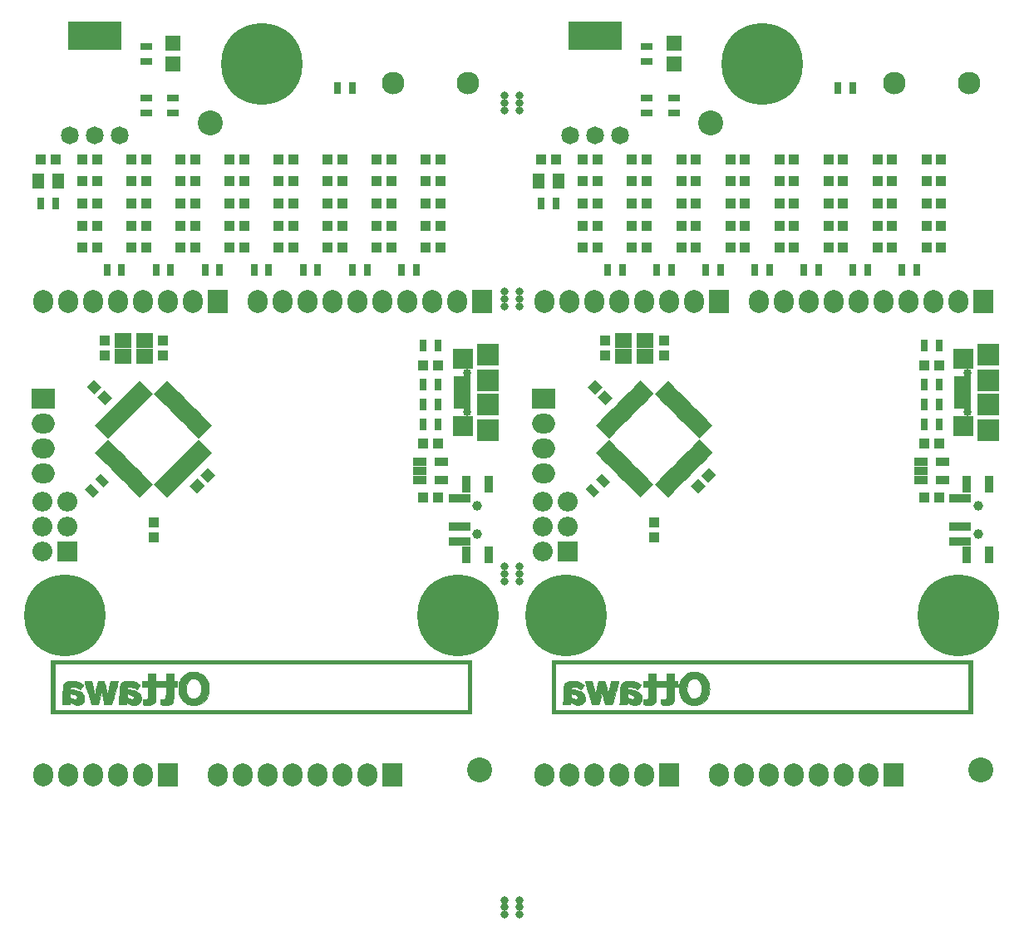
<source format=gbs>
G04 #@! TF.FileFunction,Soldermask,Bot*
%FSLAX46Y46*%
G04 Gerber Fmt 4.6, Leading zero omitted, Abs format (unit mm)*
G04 Created by KiCad (PCBNEW 4.0.0-rc1-stable) date 9/27/2016 10:32:03 AM*
%MOMM*%
G01*
G04 APERTURE LIST*
%ADD10C,0.100000*%
%ADD11C,0.010000*%
%ADD12R,2.332000X2.027200*%
%ADD13O,2.332000X2.027200*%
%ADD14R,1.750000X0.800000*%
%ADD15R,2.300000X2.300000*%
%ADD16R,2.000000X2.100000*%
%ADD17C,0.850000*%
%ADD18R,1.200000X0.800000*%
%ADD19R,0.800000X1.200000*%
%ADD20R,1.100000X1.050000*%
%ADD21R,1.300000X1.550000*%
%ADD22C,1.824000*%
%ADD23R,5.380000X2.840000*%
%ADD24C,8.300000*%
%ADD25C,1.000000*%
%ADD26R,2.300000X0.900000*%
%ADD27R,0.900000X1.800000*%
%ADD28C,2.540000*%
%ADD29R,1.700000X1.500000*%
%ADD30R,1.360000X0.950000*%
%ADD31R,2.027200X2.027200*%
%ADD32O,2.027200X2.027200*%
%ADD33R,2.027200X2.332000*%
%ADD34O,2.027200X2.332000*%
%ADD35R,1.498880X1.498880*%
%ADD36R,1.097560X1.097560*%
%ADD37R,1.050000X1.100000*%
%ADD38C,0.800000*%
%ADD39C,2.300000*%
G04 APERTURE END LIST*
D10*
D11*
G36*
X108062400Y-127243200D02*
X150912200Y-127243200D01*
X150912200Y-122137800D01*
X150531200Y-122137800D01*
X150531200Y-126887600D01*
X108443400Y-126887600D01*
X108443400Y-122137800D01*
X150531200Y-122137800D01*
X150912200Y-122137800D01*
X150912200Y-121782200D01*
X108062400Y-121782200D01*
X108062400Y-127243200D01*
X108062400Y-127243200D01*
G37*
X108062400Y-127243200D02*
X150912200Y-127243200D01*
X150912200Y-122137800D01*
X150531200Y-122137800D01*
X150531200Y-126887600D01*
X108443400Y-126887600D01*
X108443400Y-122137800D01*
X150531200Y-122137800D01*
X150912200Y-122137800D01*
X150912200Y-121782200D01*
X108062400Y-121782200D01*
X108062400Y-127243200D01*
G36*
X122478079Y-123005875D02*
X122304063Y-123019913D01*
X122191060Y-123039601D01*
X121937672Y-123124418D01*
X121709493Y-123251981D01*
X121509329Y-123419443D01*
X121339989Y-123623954D01*
X121204282Y-123862667D01*
X121105017Y-124132733D01*
X121101775Y-124144400D01*
X121078039Y-124268006D01*
X121062266Y-124427236D01*
X121054478Y-124607537D01*
X121054695Y-124794356D01*
X121062938Y-124973141D01*
X121079226Y-125129340D01*
X121100243Y-125236600D01*
X121197774Y-125511541D01*
X121332399Y-125754346D01*
X121501940Y-125962691D01*
X121704223Y-126134253D01*
X121937072Y-126266712D01*
X122134000Y-126340054D01*
X122229604Y-126360539D01*
X122357941Y-126377504D01*
X122501576Y-126389726D01*
X122643073Y-126395984D01*
X122764999Y-126395056D01*
X122832500Y-126389004D01*
X123102751Y-126323017D01*
X123348279Y-126212680D01*
X123569594Y-126057737D01*
X123671473Y-125963313D01*
X123824789Y-125787403D01*
X123941651Y-125602246D01*
X124031215Y-125391929D01*
X124068212Y-125273808D01*
X124099592Y-125121742D01*
X124119819Y-124935987D01*
X124128706Y-124732455D01*
X124127497Y-124638352D01*
X123347881Y-124638352D01*
X123345843Y-124779400D01*
X123316673Y-125035907D01*
X123255701Y-125255586D01*
X123163473Y-125437270D01*
X123040538Y-125579790D01*
X122934322Y-125656912D01*
X122766634Y-125729525D01*
X122594419Y-125752425D01*
X122414757Y-125725754D01*
X122305663Y-125687490D01*
X122158074Y-125598556D01*
X122035501Y-125468160D01*
X121939746Y-125300023D01*
X121872612Y-125097870D01*
X121835899Y-124865422D01*
X121829200Y-124703199D01*
X121845755Y-124446851D01*
X121894354Y-124222791D01*
X121973401Y-124033196D01*
X122081300Y-123880242D01*
X122216455Y-123766107D01*
X122377269Y-123692967D01*
X122562146Y-123662997D01*
X122592563Y-123662357D01*
X122777540Y-123684418D01*
X122939864Y-123750108D01*
X123077713Y-123856723D01*
X123189263Y-124001559D01*
X123272690Y-124181912D01*
X123326170Y-124395078D01*
X123347881Y-124638352D01*
X124127497Y-124638352D01*
X124126066Y-124527060D01*
X124111713Y-124335713D01*
X124085459Y-124174328D01*
X124081342Y-124157100D01*
X123991992Y-123894512D01*
X123863546Y-123657679D01*
X123700097Y-123450809D01*
X123505736Y-123278108D01*
X123284557Y-123143782D01*
X123040652Y-123052040D01*
X122994981Y-123040450D01*
X122844022Y-123016165D01*
X122664894Y-123004633D01*
X122478079Y-123005875D01*
X122478079Y-123005875D01*
G37*
X122478079Y-123005875D02*
X122304063Y-123019913D01*
X122191060Y-123039601D01*
X121937672Y-123124418D01*
X121709493Y-123251981D01*
X121509329Y-123419443D01*
X121339989Y-123623954D01*
X121204282Y-123862667D01*
X121105017Y-124132733D01*
X121101775Y-124144400D01*
X121078039Y-124268006D01*
X121062266Y-124427236D01*
X121054478Y-124607537D01*
X121054695Y-124794356D01*
X121062938Y-124973141D01*
X121079226Y-125129340D01*
X121100243Y-125236600D01*
X121197774Y-125511541D01*
X121332399Y-125754346D01*
X121501940Y-125962691D01*
X121704223Y-126134253D01*
X121937072Y-126266712D01*
X122134000Y-126340054D01*
X122229604Y-126360539D01*
X122357941Y-126377504D01*
X122501576Y-126389726D01*
X122643073Y-126395984D01*
X122764999Y-126395056D01*
X122832500Y-126389004D01*
X123102751Y-126323017D01*
X123348279Y-126212680D01*
X123569594Y-126057737D01*
X123671473Y-125963313D01*
X123824789Y-125787403D01*
X123941651Y-125602246D01*
X124031215Y-125391929D01*
X124068212Y-125273808D01*
X124099592Y-125121742D01*
X124119819Y-124935987D01*
X124128706Y-124732455D01*
X124127497Y-124638352D01*
X123347881Y-124638352D01*
X123345843Y-124779400D01*
X123316673Y-125035907D01*
X123255701Y-125255586D01*
X123163473Y-125437270D01*
X123040538Y-125579790D01*
X122934322Y-125656912D01*
X122766634Y-125729525D01*
X122594419Y-125752425D01*
X122414757Y-125725754D01*
X122305663Y-125687490D01*
X122158074Y-125598556D01*
X122035501Y-125468160D01*
X121939746Y-125300023D01*
X121872612Y-125097870D01*
X121835899Y-124865422D01*
X121829200Y-124703199D01*
X121845755Y-124446851D01*
X121894354Y-124222791D01*
X121973401Y-124033196D01*
X122081300Y-123880242D01*
X122216455Y-123766107D01*
X122377269Y-123692967D01*
X122562146Y-123662997D01*
X122592563Y-123662357D01*
X122777540Y-123684418D01*
X122939864Y-123750108D01*
X123077713Y-123856723D01*
X123189263Y-124001559D01*
X123272690Y-124181912D01*
X123326170Y-124395078D01*
X123347881Y-124638352D01*
X124127497Y-124638352D01*
X124126066Y-124527060D01*
X124111713Y-124335713D01*
X124085459Y-124174328D01*
X124081342Y-124157100D01*
X123991992Y-123894512D01*
X123863546Y-123657679D01*
X123700097Y-123450809D01*
X123505736Y-123278108D01*
X123284557Y-123143782D01*
X123040652Y-123052040D01*
X122994981Y-123040450D01*
X122844022Y-123016165D01*
X122664894Y-123004633D01*
X122478079Y-123005875D01*
G36*
X119771800Y-123939587D02*
X119473350Y-123946743D01*
X119174900Y-123953900D01*
X119167719Y-124239650D01*
X119160537Y-124525400D01*
X119777945Y-124525400D01*
X119767135Y-125077850D01*
X119761290Y-125299509D01*
X119753404Y-125472401D01*
X119743516Y-125595948D01*
X119731666Y-125669574D01*
X119725530Y-125686587D01*
X119670774Y-125738033D01*
X119578754Y-125772412D01*
X119460992Y-125786812D01*
X119350548Y-125781332D01*
X119213000Y-125764146D01*
X119213000Y-126045989D01*
X119213494Y-126168876D01*
X119216163Y-126250132D01*
X119222795Y-126298927D01*
X119235175Y-126324427D01*
X119255088Y-126335802D01*
X119270150Y-126339410D01*
X119354873Y-126350417D01*
X119474111Y-126358072D01*
X119611668Y-126362045D01*
X119751351Y-126362007D01*
X119876962Y-126357627D01*
X119936900Y-126352976D01*
X120115363Y-126324698D01*
X120252705Y-126277806D01*
X120356571Y-126207920D01*
X120434605Y-126110661D01*
X120466785Y-126049400D01*
X120482483Y-126011935D01*
X120494898Y-125971253D01*
X120504526Y-125920814D01*
X120511868Y-125854081D01*
X120517422Y-125764517D01*
X120521685Y-125645583D01*
X120525156Y-125490741D01*
X120528334Y-125293455D01*
X120529232Y-125230250D01*
X120539070Y-124525400D01*
X120916464Y-124525400D01*
X120902100Y-123953900D01*
X120535112Y-123939000D01*
X120521100Y-123166500D01*
X120146450Y-123159470D01*
X119771800Y-123152441D01*
X119771800Y-123939587D01*
X119771800Y-123939587D01*
G37*
X119771800Y-123939587D02*
X119473350Y-123946743D01*
X119174900Y-123953900D01*
X119167719Y-124239650D01*
X119160537Y-124525400D01*
X119777945Y-124525400D01*
X119767135Y-125077850D01*
X119761290Y-125299509D01*
X119753404Y-125472401D01*
X119743516Y-125595948D01*
X119731666Y-125669574D01*
X119725530Y-125686587D01*
X119670774Y-125738033D01*
X119578754Y-125772412D01*
X119460992Y-125786812D01*
X119350548Y-125781332D01*
X119213000Y-125764146D01*
X119213000Y-126045989D01*
X119213494Y-126168876D01*
X119216163Y-126250132D01*
X119222795Y-126298927D01*
X119235175Y-126324427D01*
X119255088Y-126335802D01*
X119270150Y-126339410D01*
X119354873Y-126350417D01*
X119474111Y-126358072D01*
X119611668Y-126362045D01*
X119751351Y-126362007D01*
X119876962Y-126357627D01*
X119936900Y-126352976D01*
X120115363Y-126324698D01*
X120252705Y-126277806D01*
X120356571Y-126207920D01*
X120434605Y-126110661D01*
X120466785Y-126049400D01*
X120482483Y-126011935D01*
X120494898Y-125971253D01*
X120504526Y-125920814D01*
X120511868Y-125854081D01*
X120517422Y-125764517D01*
X120521685Y-125645583D01*
X120525156Y-125490741D01*
X120528334Y-125293455D01*
X120529232Y-125230250D01*
X120539070Y-124525400D01*
X120916464Y-124525400D01*
X120902100Y-123953900D01*
X120535112Y-123939000D01*
X120521100Y-123166500D01*
X120146450Y-123159470D01*
X119771800Y-123152441D01*
X119771800Y-123939587D01*
G36*
X117943000Y-123941200D02*
X117358800Y-123941200D01*
X117358800Y-124525400D01*
X117943000Y-124525400D01*
X117943000Y-125082783D01*
X117942862Y-125264769D01*
X117941986Y-125403026D01*
X117939682Y-125504628D01*
X117935260Y-125576647D01*
X117928030Y-125626154D01*
X117917301Y-125660222D01*
X117902382Y-125685923D01*
X117882584Y-125710329D01*
X117881634Y-125711433D01*
X117847982Y-125746838D01*
X117813360Y-125767758D01*
X117764116Y-125777657D01*
X117686594Y-125780002D01*
X117614934Y-125779123D01*
X117409600Y-125775546D01*
X117409600Y-126051689D01*
X117410116Y-126173117D01*
X117412890Y-126253016D01*
X117419763Y-126300656D01*
X117432577Y-126325304D01*
X117453172Y-126336232D01*
X117466750Y-126339403D01*
X117554946Y-126350982D01*
X117677400Y-126358932D01*
X117817678Y-126362916D01*
X117959345Y-126362594D01*
X118085967Y-126357628D01*
X118139006Y-126353245D01*
X118332819Y-126316260D01*
X118485542Y-126249843D01*
X118597657Y-126153762D01*
X118624126Y-126118092D01*
X118692300Y-126015140D01*
X118707822Y-124525400D01*
X119113064Y-124525400D01*
X119098700Y-123953900D01*
X118901850Y-123946481D01*
X118705000Y-123939063D01*
X118705000Y-123153800D01*
X117943000Y-123153800D01*
X117943000Y-123941200D01*
X117943000Y-123941200D01*
G37*
X117943000Y-123941200D02*
X117358800Y-123941200D01*
X117358800Y-124525400D01*
X117943000Y-124525400D01*
X117943000Y-125082783D01*
X117942862Y-125264769D01*
X117941986Y-125403026D01*
X117939682Y-125504628D01*
X117935260Y-125576647D01*
X117928030Y-125626154D01*
X117917301Y-125660222D01*
X117902382Y-125685923D01*
X117882584Y-125710329D01*
X117881634Y-125711433D01*
X117847982Y-125746838D01*
X117813360Y-125767758D01*
X117764116Y-125777657D01*
X117686594Y-125780002D01*
X117614934Y-125779123D01*
X117409600Y-125775546D01*
X117409600Y-126051689D01*
X117410116Y-126173117D01*
X117412890Y-126253016D01*
X117419763Y-126300656D01*
X117432577Y-126325304D01*
X117453172Y-126336232D01*
X117466750Y-126339403D01*
X117554946Y-126350982D01*
X117677400Y-126358932D01*
X117817678Y-126362916D01*
X117959345Y-126362594D01*
X118085967Y-126357628D01*
X118139006Y-126353245D01*
X118332819Y-126316260D01*
X118485542Y-126249843D01*
X118597657Y-126153762D01*
X118624126Y-126118092D01*
X118692300Y-126015140D01*
X118707822Y-124525400D01*
X119113064Y-124525400D01*
X119098700Y-123953900D01*
X118901850Y-123946481D01*
X118705000Y-123939063D01*
X118705000Y-123153800D01*
X117943000Y-123153800D01*
X117943000Y-123941200D01*
G36*
X115833874Y-123929107D02*
X115720965Y-123931724D01*
X115638096Y-123937544D01*
X115574890Y-123947759D01*
X115520971Y-123963563D01*
X115465962Y-123986147D01*
X115459194Y-123989189D01*
X115347775Y-124055184D01*
X115244278Y-124142744D01*
X115224126Y-124164349D01*
X115177789Y-124219609D01*
X115139868Y-124273653D01*
X115109369Y-124332275D01*
X115085294Y-124401271D01*
X115066646Y-124486435D01*
X115052431Y-124593562D01*
X115041650Y-124728447D01*
X115033308Y-124896885D01*
X115026409Y-125104670D01*
X115020115Y-125350900D01*
X115014840Y-125552991D01*
X115008990Y-125741961D01*
X115002848Y-125910961D01*
X114996696Y-126053138D01*
X114990818Y-126161643D01*
X114985497Y-126229624D01*
X114983139Y-126246250D01*
X114965435Y-126328800D01*
X115730899Y-126328800D01*
X115746729Y-126233550D01*
X115763160Y-126143407D01*
X115778835Y-126097408D01*
X115800292Y-126089426D01*
X115834072Y-126113330D01*
X115854601Y-126132445D01*
X115994757Y-126234433D01*
X116166837Y-126310711D01*
X116357260Y-126358147D01*
X116552445Y-126373610D01*
X116738809Y-126353969D01*
X116776155Y-126344929D01*
X116935965Y-126278180D01*
X117069933Y-126174611D01*
X117168896Y-126041974D01*
X117192488Y-125992719D01*
X117216403Y-125900570D01*
X117229008Y-125777846D01*
X117229995Y-125643568D01*
X117225820Y-125595185D01*
X116491119Y-125595185D01*
X116468999Y-125663474D01*
X116429550Y-125710959D01*
X116388276Y-125747120D01*
X116346200Y-125765052D01*
X116286004Y-125768863D01*
X116206152Y-125763947D01*
X116104773Y-125749586D01*
X116009910Y-125725934D01*
X115960653Y-125706779D01*
X115872531Y-125657858D01*
X115819801Y-125611328D01*
X115793501Y-125551991D01*
X115784667Y-125464647D01*
X115784000Y-125407191D01*
X115784000Y-125230055D01*
X115907993Y-125246503D01*
X116109049Y-125285782D01*
X116266947Y-125345266D01*
X116385806Y-125426572D01*
X116399251Y-125439473D01*
X116468166Y-125523171D01*
X116491119Y-125595185D01*
X117225820Y-125595185D01*
X117219052Y-125516755D01*
X117201605Y-125433810D01*
X117148496Y-125324459D01*
X117058420Y-125210602D01*
X116942527Y-125104027D01*
X116811965Y-125016523D01*
X116801685Y-125010947D01*
X116665393Y-124950623D01*
X116494633Y-124893680D01*
X116305726Y-124844490D01*
X116114994Y-124807424D01*
X115975930Y-124789785D01*
X115878237Y-124779690D01*
X115820750Y-124768694D01*
X115792971Y-124752749D01*
X115784403Y-124727811D01*
X115784000Y-124715821D01*
X115807078Y-124635311D01*
X115867374Y-124564542D01*
X115951489Y-124517509D01*
X115981323Y-124509744D01*
X116104608Y-124505738D01*
X116252859Y-124530853D01*
X116412643Y-124580953D01*
X116570528Y-124651899D01*
X116702322Y-124731857D01*
X116761755Y-124765419D01*
X116810051Y-124779399D01*
X116810090Y-124779400D01*
X116843255Y-124759569D01*
X116894515Y-124707506D01*
X116955525Y-124634355D01*
X117017938Y-124551261D01*
X117073409Y-124469366D01*
X117113592Y-124399816D01*
X117130141Y-124353754D01*
X117130200Y-124351966D01*
X117107424Y-124300719D01*
X117044462Y-124238679D01*
X116949369Y-124170980D01*
X116830198Y-124102758D01*
X116695002Y-124039148D01*
X116558700Y-123987550D01*
X116482315Y-123964164D01*
X116409797Y-123947812D01*
X116329446Y-123937285D01*
X116229560Y-123931375D01*
X116098439Y-123928872D01*
X115987200Y-123928500D01*
X115833874Y-123929107D01*
X115833874Y-123929107D01*
G37*
X115833874Y-123929107D02*
X115720965Y-123931724D01*
X115638096Y-123937544D01*
X115574890Y-123947759D01*
X115520971Y-123963563D01*
X115465962Y-123986147D01*
X115459194Y-123989189D01*
X115347775Y-124055184D01*
X115244278Y-124142744D01*
X115224126Y-124164349D01*
X115177789Y-124219609D01*
X115139868Y-124273653D01*
X115109369Y-124332275D01*
X115085294Y-124401271D01*
X115066646Y-124486435D01*
X115052431Y-124593562D01*
X115041650Y-124728447D01*
X115033308Y-124896885D01*
X115026409Y-125104670D01*
X115020115Y-125350900D01*
X115014840Y-125552991D01*
X115008990Y-125741961D01*
X115002848Y-125910961D01*
X114996696Y-126053138D01*
X114990818Y-126161643D01*
X114985497Y-126229624D01*
X114983139Y-126246250D01*
X114965435Y-126328800D01*
X115730899Y-126328800D01*
X115746729Y-126233550D01*
X115763160Y-126143407D01*
X115778835Y-126097408D01*
X115800292Y-126089426D01*
X115834072Y-126113330D01*
X115854601Y-126132445D01*
X115994757Y-126234433D01*
X116166837Y-126310711D01*
X116357260Y-126358147D01*
X116552445Y-126373610D01*
X116738809Y-126353969D01*
X116776155Y-126344929D01*
X116935965Y-126278180D01*
X117069933Y-126174611D01*
X117168896Y-126041974D01*
X117192488Y-125992719D01*
X117216403Y-125900570D01*
X117229008Y-125777846D01*
X117229995Y-125643568D01*
X117225820Y-125595185D01*
X116491119Y-125595185D01*
X116468999Y-125663474D01*
X116429550Y-125710959D01*
X116388276Y-125747120D01*
X116346200Y-125765052D01*
X116286004Y-125768863D01*
X116206152Y-125763947D01*
X116104773Y-125749586D01*
X116009910Y-125725934D01*
X115960653Y-125706779D01*
X115872531Y-125657858D01*
X115819801Y-125611328D01*
X115793501Y-125551991D01*
X115784667Y-125464647D01*
X115784000Y-125407191D01*
X115784000Y-125230055D01*
X115907993Y-125246503D01*
X116109049Y-125285782D01*
X116266947Y-125345266D01*
X116385806Y-125426572D01*
X116399251Y-125439473D01*
X116468166Y-125523171D01*
X116491119Y-125595185D01*
X117225820Y-125595185D01*
X117219052Y-125516755D01*
X117201605Y-125433810D01*
X117148496Y-125324459D01*
X117058420Y-125210602D01*
X116942527Y-125104027D01*
X116811965Y-125016523D01*
X116801685Y-125010947D01*
X116665393Y-124950623D01*
X116494633Y-124893680D01*
X116305726Y-124844490D01*
X116114994Y-124807424D01*
X115975930Y-124789785D01*
X115878237Y-124779690D01*
X115820750Y-124768694D01*
X115792971Y-124752749D01*
X115784403Y-124727811D01*
X115784000Y-124715821D01*
X115807078Y-124635311D01*
X115867374Y-124564542D01*
X115951489Y-124517509D01*
X115981323Y-124509744D01*
X116104608Y-124505738D01*
X116252859Y-124530853D01*
X116412643Y-124580953D01*
X116570528Y-124651899D01*
X116702322Y-124731857D01*
X116761755Y-124765419D01*
X116810051Y-124779399D01*
X116810090Y-124779400D01*
X116843255Y-124759569D01*
X116894515Y-124707506D01*
X116955525Y-124634355D01*
X117017938Y-124551261D01*
X117073409Y-124469366D01*
X117113592Y-124399816D01*
X117130141Y-124353754D01*
X117130200Y-124351966D01*
X117107424Y-124300719D01*
X117044462Y-124238679D01*
X116949369Y-124170980D01*
X116830198Y-124102758D01*
X116695002Y-124039148D01*
X116558700Y-123987550D01*
X116482315Y-123964164D01*
X116409797Y-123947812D01*
X116329446Y-123937285D01*
X116229560Y-123931375D01*
X116098439Y-123928872D01*
X115987200Y-123928500D01*
X115833874Y-123929107D01*
G36*
X110123326Y-123919971D02*
X109983985Y-123925314D01*
X109882758Y-123932667D01*
X109806959Y-123944215D01*
X109743901Y-123962147D01*
X109680901Y-123988646D01*
X109656284Y-124000464D01*
X109507428Y-124097908D01*
X109394447Y-124228615D01*
X109314053Y-124396568D01*
X109303995Y-124427163D01*
X109288333Y-124483754D01*
X109276420Y-124544946D01*
X109267761Y-124618492D01*
X109261859Y-124712147D01*
X109258220Y-124833665D01*
X109256346Y-124990800D01*
X109255749Y-125181712D01*
X109253197Y-125470698D01*
X109246132Y-125723681D01*
X109234753Y-125937351D01*
X109219258Y-126108396D01*
X109199846Y-126233505D01*
X109190352Y-126272328D01*
X109173721Y-126330156D01*
X109954397Y-126316100D01*
X109979949Y-126198621D01*
X110005500Y-126081143D01*
X110115536Y-126165827D01*
X110270344Y-126258939D01*
X110451756Y-126326244D01*
X110644412Y-126364574D01*
X110832951Y-126370766D01*
X110988399Y-126345688D01*
X111158048Y-126274704D01*
X111295827Y-126168605D01*
X111382046Y-126056318D01*
X111416999Y-125991524D01*
X111438249Y-125932291D01*
X111449093Y-125862378D01*
X111452829Y-125765545D01*
X111453067Y-125706500D01*
X111450917Y-125588402D01*
X110704000Y-125588402D01*
X110681997Y-125669785D01*
X110621179Y-125728486D01*
X110529332Y-125762045D01*
X110414246Y-125768000D01*
X110283708Y-125743890D01*
X110248316Y-125732434D01*
X110161426Y-125695353D01*
X110081204Y-125651156D01*
X110067322Y-125641805D01*
X110028204Y-125610461D01*
X110005877Y-125576582D01*
X109995663Y-125525563D01*
X109992884Y-125442799D01*
X109992800Y-125409173D01*
X109992800Y-125229605D01*
X110131976Y-125245963D01*
X110297792Y-125277109D01*
X110444325Y-125327052D01*
X110564556Y-125391590D01*
X110651465Y-125466523D01*
X110698035Y-125547647D01*
X110704000Y-125588402D01*
X111450917Y-125588402D01*
X111450916Y-125588363D01*
X111442560Y-125503766D01*
X111424714Y-125435531D01*
X111394093Y-125366483D01*
X111384465Y-125347858D01*
X111280451Y-125199284D01*
X111136095Y-125074474D01*
X110948896Y-124971609D01*
X110780200Y-124908190D01*
X110663862Y-124875442D01*
X110525949Y-124843358D01*
X110382195Y-124814927D01*
X110248333Y-124793136D01*
X110140097Y-124780974D01*
X110102250Y-124779434D01*
X110033150Y-124770967D01*
X110004976Y-124740576D01*
X110013553Y-124680656D01*
X110027634Y-124643599D01*
X110084179Y-124569665D01*
X110175106Y-124524404D01*
X110293212Y-124507315D01*
X110431290Y-124517896D01*
X110582135Y-124555649D01*
X110738541Y-124620073D01*
X110881800Y-124702901D01*
X110953401Y-124746006D01*
X111012883Y-124773713D01*
X111036103Y-124779291D01*
X111068549Y-124759401D01*
X111118640Y-124707005D01*
X111178423Y-124633184D01*
X111239949Y-124549018D01*
X111295267Y-124465589D01*
X111336426Y-124393976D01*
X111355477Y-124345261D01*
X111355124Y-124334662D01*
X111321099Y-124291487D01*
X111251891Y-124234025D01*
X111158203Y-124169784D01*
X111050737Y-124106276D01*
X110971800Y-124065681D01*
X110795921Y-123994328D01*
X110611692Y-123947480D01*
X110406745Y-123923013D01*
X110168712Y-123918802D01*
X110123326Y-123919971D01*
X110123326Y-123919971D01*
G37*
X110123326Y-123919971D02*
X109983985Y-123925314D01*
X109882758Y-123932667D01*
X109806959Y-123944215D01*
X109743901Y-123962147D01*
X109680901Y-123988646D01*
X109656284Y-124000464D01*
X109507428Y-124097908D01*
X109394447Y-124228615D01*
X109314053Y-124396568D01*
X109303995Y-124427163D01*
X109288333Y-124483754D01*
X109276420Y-124544946D01*
X109267761Y-124618492D01*
X109261859Y-124712147D01*
X109258220Y-124833665D01*
X109256346Y-124990800D01*
X109255749Y-125181712D01*
X109253197Y-125470698D01*
X109246132Y-125723681D01*
X109234753Y-125937351D01*
X109219258Y-126108396D01*
X109199846Y-126233505D01*
X109190352Y-126272328D01*
X109173721Y-126330156D01*
X109954397Y-126316100D01*
X109979949Y-126198621D01*
X110005500Y-126081143D01*
X110115536Y-126165827D01*
X110270344Y-126258939D01*
X110451756Y-126326244D01*
X110644412Y-126364574D01*
X110832951Y-126370766D01*
X110988399Y-126345688D01*
X111158048Y-126274704D01*
X111295827Y-126168605D01*
X111382046Y-126056318D01*
X111416999Y-125991524D01*
X111438249Y-125932291D01*
X111449093Y-125862378D01*
X111452829Y-125765545D01*
X111453067Y-125706500D01*
X111450917Y-125588402D01*
X110704000Y-125588402D01*
X110681997Y-125669785D01*
X110621179Y-125728486D01*
X110529332Y-125762045D01*
X110414246Y-125768000D01*
X110283708Y-125743890D01*
X110248316Y-125732434D01*
X110161426Y-125695353D01*
X110081204Y-125651156D01*
X110067322Y-125641805D01*
X110028204Y-125610461D01*
X110005877Y-125576582D01*
X109995663Y-125525563D01*
X109992884Y-125442799D01*
X109992800Y-125409173D01*
X109992800Y-125229605D01*
X110131976Y-125245963D01*
X110297792Y-125277109D01*
X110444325Y-125327052D01*
X110564556Y-125391590D01*
X110651465Y-125466523D01*
X110698035Y-125547647D01*
X110704000Y-125588402D01*
X111450917Y-125588402D01*
X111450916Y-125588363D01*
X111442560Y-125503766D01*
X111424714Y-125435531D01*
X111394093Y-125366483D01*
X111384465Y-125347858D01*
X111280451Y-125199284D01*
X111136095Y-125074474D01*
X110948896Y-124971609D01*
X110780200Y-124908190D01*
X110663862Y-124875442D01*
X110525949Y-124843358D01*
X110382195Y-124814927D01*
X110248333Y-124793136D01*
X110140097Y-124780974D01*
X110102250Y-124779434D01*
X110033150Y-124770967D01*
X110004976Y-124740576D01*
X110013553Y-124680656D01*
X110027634Y-124643599D01*
X110084179Y-124569665D01*
X110175106Y-124524404D01*
X110293212Y-124507315D01*
X110431290Y-124517896D01*
X110582135Y-124555649D01*
X110738541Y-124620073D01*
X110881800Y-124702901D01*
X110953401Y-124746006D01*
X111012883Y-124773713D01*
X111036103Y-124779291D01*
X111068549Y-124759401D01*
X111118640Y-124707005D01*
X111178423Y-124633184D01*
X111239949Y-124549018D01*
X111295267Y-124465589D01*
X111336426Y-124393976D01*
X111355477Y-124345261D01*
X111355124Y-124334662D01*
X111321099Y-124291487D01*
X111251891Y-124234025D01*
X111158203Y-124169784D01*
X111050737Y-124106276D01*
X110971800Y-124065681D01*
X110795921Y-123994328D01*
X110611692Y-123947480D01*
X110406745Y-123923013D01*
X110168712Y-123918802D01*
X110123326Y-123919971D01*
G36*
X114355690Y-123941509D02*
X114254838Y-123943239D01*
X114188447Y-123947590D01*
X114148348Y-123955763D01*
X114126373Y-123968959D01*
X114114352Y-123988378D01*
X114110429Y-123998350D01*
X114098872Y-124038143D01*
X114077581Y-124119996D01*
X114048394Y-124236502D01*
X114013148Y-124380256D01*
X113973681Y-124543853D01*
X113940869Y-124681651D01*
X113792624Y-125307802D01*
X113632498Y-124644707D01*
X113589276Y-124468097D01*
X113548908Y-124307633D01*
X113513158Y-124169979D01*
X113483793Y-124061798D01*
X113462577Y-123989755D01*
X113451295Y-123960534D01*
X113418819Y-123952736D01*
X113346660Y-123947558D01*
X113245890Y-123945497D01*
X113141309Y-123946678D01*
X112852400Y-123953900D01*
X112686250Y-124619932D01*
X112642022Y-124795423D01*
X112601295Y-124953598D01*
X112565776Y-125088098D01*
X112537173Y-125192568D01*
X112517191Y-125260650D01*
X112507538Y-125285986D01*
X112507400Y-125286021D01*
X112498142Y-125262432D01*
X112478449Y-125195870D01*
X112450034Y-125092688D01*
X112414609Y-124959238D01*
X112373889Y-124801874D01*
X112329584Y-124626948D01*
X112327840Y-124619989D01*
X112160980Y-123953900D01*
X111825677Y-123946809D01*
X111680167Y-123945004D01*
X111579006Y-123947080D01*
X111515859Y-123953500D01*
X111484391Y-123964728D01*
X111478586Y-123972209D01*
X111483169Y-124002453D01*
X111500891Y-124076477D01*
X111530398Y-124189371D01*
X111570338Y-124336227D01*
X111619358Y-124512134D01*
X111676105Y-124712184D01*
X111739227Y-124931467D01*
X111805999Y-125160400D01*
X112145199Y-126316100D01*
X112861685Y-126330186D01*
X112879544Y-126259643D01*
X112890734Y-126215254D01*
X112912279Y-126129616D01*
X112942163Y-126010748D01*
X112978370Y-125866672D01*
X113018885Y-125705408D01*
X113040940Y-125617600D01*
X113184476Y-125046100D01*
X113332012Y-125655700D01*
X113373279Y-125825521D01*
X113411066Y-125979715D01*
X113443601Y-126111158D01*
X113469112Y-126212724D01*
X113485829Y-126277290D01*
X113491492Y-126297050D01*
X113512185Y-126310758D01*
X113565775Y-126320281D01*
X113657534Y-126326076D01*
X113792733Y-126328602D01*
X113857115Y-126328800D01*
X114009869Y-126327428D01*
X114117209Y-126323004D01*
X114184457Y-126315064D01*
X114216932Y-126303144D01*
X114221415Y-126297050D01*
X114246402Y-126218717D01*
X114281184Y-126104429D01*
X114324125Y-125959967D01*
X114373586Y-125791114D01*
X114427932Y-125603652D01*
X114485525Y-125403364D01*
X114544729Y-125196031D01*
X114603906Y-124987436D01*
X114661419Y-124783362D01*
X114715633Y-124589591D01*
X114764908Y-124411904D01*
X114807610Y-124256085D01*
X114842100Y-124127916D01*
X114866743Y-124033179D01*
X114879900Y-123977656D01*
X114881510Y-123965321D01*
X114851925Y-123956614D01*
X114780652Y-123949345D01*
X114676798Y-123944088D01*
X114549468Y-123941417D01*
X114499173Y-123941200D01*
X114355690Y-123941509D01*
X114355690Y-123941509D01*
G37*
X114355690Y-123941509D02*
X114254838Y-123943239D01*
X114188447Y-123947590D01*
X114148348Y-123955763D01*
X114126373Y-123968959D01*
X114114352Y-123988378D01*
X114110429Y-123998350D01*
X114098872Y-124038143D01*
X114077581Y-124119996D01*
X114048394Y-124236502D01*
X114013148Y-124380256D01*
X113973681Y-124543853D01*
X113940869Y-124681651D01*
X113792624Y-125307802D01*
X113632498Y-124644707D01*
X113589276Y-124468097D01*
X113548908Y-124307633D01*
X113513158Y-124169979D01*
X113483793Y-124061798D01*
X113462577Y-123989755D01*
X113451295Y-123960534D01*
X113418819Y-123952736D01*
X113346660Y-123947558D01*
X113245890Y-123945497D01*
X113141309Y-123946678D01*
X112852400Y-123953900D01*
X112686250Y-124619932D01*
X112642022Y-124795423D01*
X112601295Y-124953598D01*
X112565776Y-125088098D01*
X112537173Y-125192568D01*
X112517191Y-125260650D01*
X112507538Y-125285986D01*
X112507400Y-125286021D01*
X112498142Y-125262432D01*
X112478449Y-125195870D01*
X112450034Y-125092688D01*
X112414609Y-124959238D01*
X112373889Y-124801874D01*
X112329584Y-124626948D01*
X112327840Y-124619989D01*
X112160980Y-123953900D01*
X111825677Y-123946809D01*
X111680167Y-123945004D01*
X111579006Y-123947080D01*
X111515859Y-123953500D01*
X111484391Y-123964728D01*
X111478586Y-123972209D01*
X111483169Y-124002453D01*
X111500891Y-124076477D01*
X111530398Y-124189371D01*
X111570338Y-124336227D01*
X111619358Y-124512134D01*
X111676105Y-124712184D01*
X111739227Y-124931467D01*
X111805999Y-125160400D01*
X112145199Y-126316100D01*
X112861685Y-126330186D01*
X112879544Y-126259643D01*
X112890734Y-126215254D01*
X112912279Y-126129616D01*
X112942163Y-126010748D01*
X112978370Y-125866672D01*
X113018885Y-125705408D01*
X113040940Y-125617600D01*
X113184476Y-125046100D01*
X113332012Y-125655700D01*
X113373279Y-125825521D01*
X113411066Y-125979715D01*
X113443601Y-126111158D01*
X113469112Y-126212724D01*
X113485829Y-126277290D01*
X113491492Y-126297050D01*
X113512185Y-126310758D01*
X113565775Y-126320281D01*
X113657534Y-126326076D01*
X113792733Y-126328602D01*
X113857115Y-126328800D01*
X114009869Y-126327428D01*
X114117209Y-126323004D01*
X114184457Y-126315064D01*
X114216932Y-126303144D01*
X114221415Y-126297050D01*
X114246402Y-126218717D01*
X114281184Y-126104429D01*
X114324125Y-125959967D01*
X114373586Y-125791114D01*
X114427932Y-125603652D01*
X114485525Y-125403364D01*
X114544729Y-125196031D01*
X114603906Y-124987436D01*
X114661419Y-124783362D01*
X114715633Y-124589591D01*
X114764908Y-124411904D01*
X114807610Y-124256085D01*
X114842100Y-124127916D01*
X114866743Y-124033179D01*
X114879900Y-123977656D01*
X114881510Y-123965321D01*
X114851925Y-123956614D01*
X114780652Y-123949345D01*
X114676798Y-123944088D01*
X114549468Y-123941417D01*
X114499173Y-123941200D01*
X114355690Y-123941509D01*
G36*
X57062400Y-127243200D02*
X99912200Y-127243200D01*
X99912200Y-122137800D01*
X99531200Y-122137800D01*
X99531200Y-126887600D01*
X57443400Y-126887600D01*
X57443400Y-122137800D01*
X99531200Y-122137800D01*
X99912200Y-122137800D01*
X99912200Y-121782200D01*
X57062400Y-121782200D01*
X57062400Y-127243200D01*
X57062400Y-127243200D01*
G37*
X57062400Y-127243200D02*
X99912200Y-127243200D01*
X99912200Y-122137800D01*
X99531200Y-122137800D01*
X99531200Y-126887600D01*
X57443400Y-126887600D01*
X57443400Y-122137800D01*
X99531200Y-122137800D01*
X99912200Y-122137800D01*
X99912200Y-121782200D01*
X57062400Y-121782200D01*
X57062400Y-127243200D01*
G36*
X71478079Y-123005875D02*
X71304063Y-123019913D01*
X71191060Y-123039601D01*
X70937672Y-123124418D01*
X70709493Y-123251981D01*
X70509329Y-123419443D01*
X70339989Y-123623954D01*
X70204282Y-123862667D01*
X70105017Y-124132733D01*
X70101775Y-124144400D01*
X70078039Y-124268006D01*
X70062266Y-124427236D01*
X70054478Y-124607537D01*
X70054695Y-124794356D01*
X70062938Y-124973141D01*
X70079226Y-125129340D01*
X70100243Y-125236600D01*
X70197774Y-125511541D01*
X70332399Y-125754346D01*
X70501940Y-125962691D01*
X70704223Y-126134253D01*
X70937072Y-126266712D01*
X71134000Y-126340054D01*
X71229604Y-126360539D01*
X71357941Y-126377504D01*
X71501576Y-126389726D01*
X71643073Y-126395984D01*
X71764999Y-126395056D01*
X71832500Y-126389004D01*
X72102751Y-126323017D01*
X72348279Y-126212680D01*
X72569594Y-126057737D01*
X72671473Y-125963313D01*
X72824789Y-125787403D01*
X72941651Y-125602246D01*
X73031215Y-125391929D01*
X73068212Y-125273808D01*
X73099592Y-125121742D01*
X73119819Y-124935987D01*
X73128706Y-124732455D01*
X73127497Y-124638352D01*
X72347881Y-124638352D01*
X72345843Y-124779400D01*
X72316673Y-125035907D01*
X72255701Y-125255586D01*
X72163473Y-125437270D01*
X72040538Y-125579790D01*
X71934322Y-125656912D01*
X71766634Y-125729525D01*
X71594419Y-125752425D01*
X71414757Y-125725754D01*
X71305663Y-125687490D01*
X71158074Y-125598556D01*
X71035501Y-125468160D01*
X70939746Y-125300023D01*
X70872612Y-125097870D01*
X70835899Y-124865422D01*
X70829200Y-124703199D01*
X70845755Y-124446851D01*
X70894354Y-124222791D01*
X70973401Y-124033196D01*
X71081300Y-123880242D01*
X71216455Y-123766107D01*
X71377269Y-123692967D01*
X71562146Y-123662997D01*
X71592563Y-123662357D01*
X71777540Y-123684418D01*
X71939864Y-123750108D01*
X72077713Y-123856723D01*
X72189263Y-124001559D01*
X72272690Y-124181912D01*
X72326170Y-124395078D01*
X72347881Y-124638352D01*
X73127497Y-124638352D01*
X73126066Y-124527060D01*
X73111713Y-124335713D01*
X73085459Y-124174328D01*
X73081342Y-124157100D01*
X72991992Y-123894512D01*
X72863546Y-123657679D01*
X72700097Y-123450809D01*
X72505736Y-123278108D01*
X72284557Y-123143782D01*
X72040652Y-123052040D01*
X71994981Y-123040450D01*
X71844022Y-123016165D01*
X71664894Y-123004633D01*
X71478079Y-123005875D01*
X71478079Y-123005875D01*
G37*
X71478079Y-123005875D02*
X71304063Y-123019913D01*
X71191060Y-123039601D01*
X70937672Y-123124418D01*
X70709493Y-123251981D01*
X70509329Y-123419443D01*
X70339989Y-123623954D01*
X70204282Y-123862667D01*
X70105017Y-124132733D01*
X70101775Y-124144400D01*
X70078039Y-124268006D01*
X70062266Y-124427236D01*
X70054478Y-124607537D01*
X70054695Y-124794356D01*
X70062938Y-124973141D01*
X70079226Y-125129340D01*
X70100243Y-125236600D01*
X70197774Y-125511541D01*
X70332399Y-125754346D01*
X70501940Y-125962691D01*
X70704223Y-126134253D01*
X70937072Y-126266712D01*
X71134000Y-126340054D01*
X71229604Y-126360539D01*
X71357941Y-126377504D01*
X71501576Y-126389726D01*
X71643073Y-126395984D01*
X71764999Y-126395056D01*
X71832500Y-126389004D01*
X72102751Y-126323017D01*
X72348279Y-126212680D01*
X72569594Y-126057737D01*
X72671473Y-125963313D01*
X72824789Y-125787403D01*
X72941651Y-125602246D01*
X73031215Y-125391929D01*
X73068212Y-125273808D01*
X73099592Y-125121742D01*
X73119819Y-124935987D01*
X73128706Y-124732455D01*
X73127497Y-124638352D01*
X72347881Y-124638352D01*
X72345843Y-124779400D01*
X72316673Y-125035907D01*
X72255701Y-125255586D01*
X72163473Y-125437270D01*
X72040538Y-125579790D01*
X71934322Y-125656912D01*
X71766634Y-125729525D01*
X71594419Y-125752425D01*
X71414757Y-125725754D01*
X71305663Y-125687490D01*
X71158074Y-125598556D01*
X71035501Y-125468160D01*
X70939746Y-125300023D01*
X70872612Y-125097870D01*
X70835899Y-124865422D01*
X70829200Y-124703199D01*
X70845755Y-124446851D01*
X70894354Y-124222791D01*
X70973401Y-124033196D01*
X71081300Y-123880242D01*
X71216455Y-123766107D01*
X71377269Y-123692967D01*
X71562146Y-123662997D01*
X71592563Y-123662357D01*
X71777540Y-123684418D01*
X71939864Y-123750108D01*
X72077713Y-123856723D01*
X72189263Y-124001559D01*
X72272690Y-124181912D01*
X72326170Y-124395078D01*
X72347881Y-124638352D01*
X73127497Y-124638352D01*
X73126066Y-124527060D01*
X73111713Y-124335713D01*
X73085459Y-124174328D01*
X73081342Y-124157100D01*
X72991992Y-123894512D01*
X72863546Y-123657679D01*
X72700097Y-123450809D01*
X72505736Y-123278108D01*
X72284557Y-123143782D01*
X72040652Y-123052040D01*
X71994981Y-123040450D01*
X71844022Y-123016165D01*
X71664894Y-123004633D01*
X71478079Y-123005875D01*
G36*
X68771800Y-123939587D02*
X68473350Y-123946743D01*
X68174900Y-123953900D01*
X68167719Y-124239650D01*
X68160537Y-124525400D01*
X68777945Y-124525400D01*
X68767135Y-125077850D01*
X68761290Y-125299509D01*
X68753404Y-125472401D01*
X68743516Y-125595948D01*
X68731666Y-125669574D01*
X68725530Y-125686587D01*
X68670774Y-125738033D01*
X68578754Y-125772412D01*
X68460992Y-125786812D01*
X68350548Y-125781332D01*
X68213000Y-125764146D01*
X68213000Y-126045989D01*
X68213494Y-126168876D01*
X68216163Y-126250132D01*
X68222795Y-126298927D01*
X68235175Y-126324427D01*
X68255088Y-126335802D01*
X68270150Y-126339410D01*
X68354873Y-126350417D01*
X68474111Y-126358072D01*
X68611668Y-126362045D01*
X68751351Y-126362007D01*
X68876962Y-126357627D01*
X68936900Y-126352976D01*
X69115363Y-126324698D01*
X69252705Y-126277806D01*
X69356571Y-126207920D01*
X69434605Y-126110661D01*
X69466785Y-126049400D01*
X69482483Y-126011935D01*
X69494898Y-125971253D01*
X69504526Y-125920814D01*
X69511868Y-125854081D01*
X69517422Y-125764517D01*
X69521685Y-125645583D01*
X69525156Y-125490741D01*
X69528334Y-125293455D01*
X69529232Y-125230250D01*
X69539070Y-124525400D01*
X69916464Y-124525400D01*
X69902100Y-123953900D01*
X69535112Y-123939000D01*
X69521100Y-123166500D01*
X69146450Y-123159470D01*
X68771800Y-123152441D01*
X68771800Y-123939587D01*
X68771800Y-123939587D01*
G37*
X68771800Y-123939587D02*
X68473350Y-123946743D01*
X68174900Y-123953900D01*
X68167719Y-124239650D01*
X68160537Y-124525400D01*
X68777945Y-124525400D01*
X68767135Y-125077850D01*
X68761290Y-125299509D01*
X68753404Y-125472401D01*
X68743516Y-125595948D01*
X68731666Y-125669574D01*
X68725530Y-125686587D01*
X68670774Y-125738033D01*
X68578754Y-125772412D01*
X68460992Y-125786812D01*
X68350548Y-125781332D01*
X68213000Y-125764146D01*
X68213000Y-126045989D01*
X68213494Y-126168876D01*
X68216163Y-126250132D01*
X68222795Y-126298927D01*
X68235175Y-126324427D01*
X68255088Y-126335802D01*
X68270150Y-126339410D01*
X68354873Y-126350417D01*
X68474111Y-126358072D01*
X68611668Y-126362045D01*
X68751351Y-126362007D01*
X68876962Y-126357627D01*
X68936900Y-126352976D01*
X69115363Y-126324698D01*
X69252705Y-126277806D01*
X69356571Y-126207920D01*
X69434605Y-126110661D01*
X69466785Y-126049400D01*
X69482483Y-126011935D01*
X69494898Y-125971253D01*
X69504526Y-125920814D01*
X69511868Y-125854081D01*
X69517422Y-125764517D01*
X69521685Y-125645583D01*
X69525156Y-125490741D01*
X69528334Y-125293455D01*
X69529232Y-125230250D01*
X69539070Y-124525400D01*
X69916464Y-124525400D01*
X69902100Y-123953900D01*
X69535112Y-123939000D01*
X69521100Y-123166500D01*
X69146450Y-123159470D01*
X68771800Y-123152441D01*
X68771800Y-123939587D01*
G36*
X66943000Y-123941200D02*
X66358800Y-123941200D01*
X66358800Y-124525400D01*
X66943000Y-124525400D01*
X66943000Y-125082783D01*
X66942862Y-125264769D01*
X66941986Y-125403026D01*
X66939682Y-125504628D01*
X66935260Y-125576647D01*
X66928030Y-125626154D01*
X66917301Y-125660222D01*
X66902382Y-125685923D01*
X66882584Y-125710329D01*
X66881634Y-125711433D01*
X66847982Y-125746838D01*
X66813360Y-125767758D01*
X66764116Y-125777657D01*
X66686594Y-125780002D01*
X66614934Y-125779123D01*
X66409600Y-125775546D01*
X66409600Y-126051689D01*
X66410116Y-126173117D01*
X66412890Y-126253016D01*
X66419763Y-126300656D01*
X66432577Y-126325304D01*
X66453172Y-126336232D01*
X66466750Y-126339403D01*
X66554946Y-126350982D01*
X66677400Y-126358932D01*
X66817678Y-126362916D01*
X66959345Y-126362594D01*
X67085967Y-126357628D01*
X67139006Y-126353245D01*
X67332819Y-126316260D01*
X67485542Y-126249843D01*
X67597657Y-126153762D01*
X67624126Y-126118092D01*
X67692300Y-126015140D01*
X67707822Y-124525400D01*
X68113064Y-124525400D01*
X68098700Y-123953900D01*
X67901850Y-123946481D01*
X67705000Y-123939063D01*
X67705000Y-123153800D01*
X66943000Y-123153800D01*
X66943000Y-123941200D01*
X66943000Y-123941200D01*
G37*
X66943000Y-123941200D02*
X66358800Y-123941200D01*
X66358800Y-124525400D01*
X66943000Y-124525400D01*
X66943000Y-125082783D01*
X66942862Y-125264769D01*
X66941986Y-125403026D01*
X66939682Y-125504628D01*
X66935260Y-125576647D01*
X66928030Y-125626154D01*
X66917301Y-125660222D01*
X66902382Y-125685923D01*
X66882584Y-125710329D01*
X66881634Y-125711433D01*
X66847982Y-125746838D01*
X66813360Y-125767758D01*
X66764116Y-125777657D01*
X66686594Y-125780002D01*
X66614934Y-125779123D01*
X66409600Y-125775546D01*
X66409600Y-126051689D01*
X66410116Y-126173117D01*
X66412890Y-126253016D01*
X66419763Y-126300656D01*
X66432577Y-126325304D01*
X66453172Y-126336232D01*
X66466750Y-126339403D01*
X66554946Y-126350982D01*
X66677400Y-126358932D01*
X66817678Y-126362916D01*
X66959345Y-126362594D01*
X67085967Y-126357628D01*
X67139006Y-126353245D01*
X67332819Y-126316260D01*
X67485542Y-126249843D01*
X67597657Y-126153762D01*
X67624126Y-126118092D01*
X67692300Y-126015140D01*
X67707822Y-124525400D01*
X68113064Y-124525400D01*
X68098700Y-123953900D01*
X67901850Y-123946481D01*
X67705000Y-123939063D01*
X67705000Y-123153800D01*
X66943000Y-123153800D01*
X66943000Y-123941200D01*
G36*
X64833874Y-123929107D02*
X64720965Y-123931724D01*
X64638096Y-123937544D01*
X64574890Y-123947759D01*
X64520971Y-123963563D01*
X64465962Y-123986147D01*
X64459194Y-123989189D01*
X64347775Y-124055184D01*
X64244278Y-124142744D01*
X64224126Y-124164349D01*
X64177789Y-124219609D01*
X64139868Y-124273653D01*
X64109369Y-124332275D01*
X64085294Y-124401271D01*
X64066646Y-124486435D01*
X64052431Y-124593562D01*
X64041650Y-124728447D01*
X64033308Y-124896885D01*
X64026409Y-125104670D01*
X64020115Y-125350900D01*
X64014840Y-125552991D01*
X64008990Y-125741961D01*
X64002848Y-125910961D01*
X63996696Y-126053138D01*
X63990818Y-126161643D01*
X63985497Y-126229624D01*
X63983139Y-126246250D01*
X63965435Y-126328800D01*
X64730899Y-126328800D01*
X64746729Y-126233550D01*
X64763160Y-126143407D01*
X64778835Y-126097408D01*
X64800292Y-126089426D01*
X64834072Y-126113330D01*
X64854601Y-126132445D01*
X64994757Y-126234433D01*
X65166837Y-126310711D01*
X65357260Y-126358147D01*
X65552445Y-126373610D01*
X65738809Y-126353969D01*
X65776155Y-126344929D01*
X65935965Y-126278180D01*
X66069933Y-126174611D01*
X66168896Y-126041974D01*
X66192488Y-125992719D01*
X66216403Y-125900570D01*
X66229008Y-125777846D01*
X66229995Y-125643568D01*
X66225820Y-125595185D01*
X65491119Y-125595185D01*
X65468999Y-125663474D01*
X65429550Y-125710959D01*
X65388276Y-125747120D01*
X65346200Y-125765052D01*
X65286004Y-125768863D01*
X65206152Y-125763947D01*
X65104773Y-125749586D01*
X65009910Y-125725934D01*
X64960653Y-125706779D01*
X64872531Y-125657858D01*
X64819801Y-125611328D01*
X64793501Y-125551991D01*
X64784667Y-125464647D01*
X64784000Y-125407191D01*
X64784000Y-125230055D01*
X64907993Y-125246503D01*
X65109049Y-125285782D01*
X65266947Y-125345266D01*
X65385806Y-125426572D01*
X65399251Y-125439473D01*
X65468166Y-125523171D01*
X65491119Y-125595185D01*
X66225820Y-125595185D01*
X66219052Y-125516755D01*
X66201605Y-125433810D01*
X66148496Y-125324459D01*
X66058420Y-125210602D01*
X65942527Y-125104027D01*
X65811965Y-125016523D01*
X65801685Y-125010947D01*
X65665393Y-124950623D01*
X65494633Y-124893680D01*
X65305726Y-124844490D01*
X65114994Y-124807424D01*
X64975930Y-124789785D01*
X64878237Y-124779690D01*
X64820750Y-124768694D01*
X64792971Y-124752749D01*
X64784403Y-124727811D01*
X64784000Y-124715821D01*
X64807078Y-124635311D01*
X64867374Y-124564542D01*
X64951489Y-124517509D01*
X64981323Y-124509744D01*
X65104608Y-124505738D01*
X65252859Y-124530853D01*
X65412643Y-124580953D01*
X65570528Y-124651899D01*
X65702322Y-124731857D01*
X65761755Y-124765419D01*
X65810051Y-124779399D01*
X65810090Y-124779400D01*
X65843255Y-124759569D01*
X65894515Y-124707506D01*
X65955525Y-124634355D01*
X66017938Y-124551261D01*
X66073409Y-124469366D01*
X66113592Y-124399816D01*
X66130141Y-124353754D01*
X66130200Y-124351966D01*
X66107424Y-124300719D01*
X66044462Y-124238679D01*
X65949369Y-124170980D01*
X65830198Y-124102758D01*
X65695002Y-124039148D01*
X65558700Y-123987550D01*
X65482315Y-123964164D01*
X65409797Y-123947812D01*
X65329446Y-123937285D01*
X65229560Y-123931375D01*
X65098439Y-123928872D01*
X64987200Y-123928500D01*
X64833874Y-123929107D01*
X64833874Y-123929107D01*
G37*
X64833874Y-123929107D02*
X64720965Y-123931724D01*
X64638096Y-123937544D01*
X64574890Y-123947759D01*
X64520971Y-123963563D01*
X64465962Y-123986147D01*
X64459194Y-123989189D01*
X64347775Y-124055184D01*
X64244278Y-124142744D01*
X64224126Y-124164349D01*
X64177789Y-124219609D01*
X64139868Y-124273653D01*
X64109369Y-124332275D01*
X64085294Y-124401271D01*
X64066646Y-124486435D01*
X64052431Y-124593562D01*
X64041650Y-124728447D01*
X64033308Y-124896885D01*
X64026409Y-125104670D01*
X64020115Y-125350900D01*
X64014840Y-125552991D01*
X64008990Y-125741961D01*
X64002848Y-125910961D01*
X63996696Y-126053138D01*
X63990818Y-126161643D01*
X63985497Y-126229624D01*
X63983139Y-126246250D01*
X63965435Y-126328800D01*
X64730899Y-126328800D01*
X64746729Y-126233550D01*
X64763160Y-126143407D01*
X64778835Y-126097408D01*
X64800292Y-126089426D01*
X64834072Y-126113330D01*
X64854601Y-126132445D01*
X64994757Y-126234433D01*
X65166837Y-126310711D01*
X65357260Y-126358147D01*
X65552445Y-126373610D01*
X65738809Y-126353969D01*
X65776155Y-126344929D01*
X65935965Y-126278180D01*
X66069933Y-126174611D01*
X66168896Y-126041974D01*
X66192488Y-125992719D01*
X66216403Y-125900570D01*
X66229008Y-125777846D01*
X66229995Y-125643568D01*
X66225820Y-125595185D01*
X65491119Y-125595185D01*
X65468999Y-125663474D01*
X65429550Y-125710959D01*
X65388276Y-125747120D01*
X65346200Y-125765052D01*
X65286004Y-125768863D01*
X65206152Y-125763947D01*
X65104773Y-125749586D01*
X65009910Y-125725934D01*
X64960653Y-125706779D01*
X64872531Y-125657858D01*
X64819801Y-125611328D01*
X64793501Y-125551991D01*
X64784667Y-125464647D01*
X64784000Y-125407191D01*
X64784000Y-125230055D01*
X64907993Y-125246503D01*
X65109049Y-125285782D01*
X65266947Y-125345266D01*
X65385806Y-125426572D01*
X65399251Y-125439473D01*
X65468166Y-125523171D01*
X65491119Y-125595185D01*
X66225820Y-125595185D01*
X66219052Y-125516755D01*
X66201605Y-125433810D01*
X66148496Y-125324459D01*
X66058420Y-125210602D01*
X65942527Y-125104027D01*
X65811965Y-125016523D01*
X65801685Y-125010947D01*
X65665393Y-124950623D01*
X65494633Y-124893680D01*
X65305726Y-124844490D01*
X65114994Y-124807424D01*
X64975930Y-124789785D01*
X64878237Y-124779690D01*
X64820750Y-124768694D01*
X64792971Y-124752749D01*
X64784403Y-124727811D01*
X64784000Y-124715821D01*
X64807078Y-124635311D01*
X64867374Y-124564542D01*
X64951489Y-124517509D01*
X64981323Y-124509744D01*
X65104608Y-124505738D01*
X65252859Y-124530853D01*
X65412643Y-124580953D01*
X65570528Y-124651899D01*
X65702322Y-124731857D01*
X65761755Y-124765419D01*
X65810051Y-124779399D01*
X65810090Y-124779400D01*
X65843255Y-124759569D01*
X65894515Y-124707506D01*
X65955525Y-124634355D01*
X66017938Y-124551261D01*
X66073409Y-124469366D01*
X66113592Y-124399816D01*
X66130141Y-124353754D01*
X66130200Y-124351966D01*
X66107424Y-124300719D01*
X66044462Y-124238679D01*
X65949369Y-124170980D01*
X65830198Y-124102758D01*
X65695002Y-124039148D01*
X65558700Y-123987550D01*
X65482315Y-123964164D01*
X65409797Y-123947812D01*
X65329446Y-123937285D01*
X65229560Y-123931375D01*
X65098439Y-123928872D01*
X64987200Y-123928500D01*
X64833874Y-123929107D01*
G36*
X59123326Y-123919971D02*
X58983985Y-123925314D01*
X58882758Y-123932667D01*
X58806959Y-123944215D01*
X58743901Y-123962147D01*
X58680901Y-123988646D01*
X58656284Y-124000464D01*
X58507428Y-124097908D01*
X58394447Y-124228615D01*
X58314053Y-124396568D01*
X58303995Y-124427163D01*
X58288333Y-124483754D01*
X58276420Y-124544946D01*
X58267761Y-124618492D01*
X58261859Y-124712147D01*
X58258220Y-124833665D01*
X58256346Y-124990800D01*
X58255749Y-125181712D01*
X58253197Y-125470698D01*
X58246132Y-125723681D01*
X58234753Y-125937351D01*
X58219258Y-126108396D01*
X58199846Y-126233505D01*
X58190352Y-126272328D01*
X58173721Y-126330156D01*
X58954397Y-126316100D01*
X58979949Y-126198621D01*
X59005500Y-126081143D01*
X59115536Y-126165827D01*
X59270344Y-126258939D01*
X59451756Y-126326244D01*
X59644412Y-126364574D01*
X59832951Y-126370766D01*
X59988399Y-126345688D01*
X60158048Y-126274704D01*
X60295827Y-126168605D01*
X60382046Y-126056318D01*
X60416999Y-125991524D01*
X60438249Y-125932291D01*
X60449093Y-125862378D01*
X60452829Y-125765545D01*
X60453067Y-125706500D01*
X60450917Y-125588402D01*
X59704000Y-125588402D01*
X59681997Y-125669785D01*
X59621179Y-125728486D01*
X59529332Y-125762045D01*
X59414246Y-125768000D01*
X59283708Y-125743890D01*
X59248316Y-125732434D01*
X59161426Y-125695353D01*
X59081204Y-125651156D01*
X59067322Y-125641805D01*
X59028204Y-125610461D01*
X59005877Y-125576582D01*
X58995663Y-125525563D01*
X58992884Y-125442799D01*
X58992800Y-125409173D01*
X58992800Y-125229605D01*
X59131976Y-125245963D01*
X59297792Y-125277109D01*
X59444325Y-125327052D01*
X59564556Y-125391590D01*
X59651465Y-125466523D01*
X59698035Y-125547647D01*
X59704000Y-125588402D01*
X60450917Y-125588402D01*
X60450916Y-125588363D01*
X60442560Y-125503766D01*
X60424714Y-125435531D01*
X60394093Y-125366483D01*
X60384465Y-125347858D01*
X60280451Y-125199284D01*
X60136095Y-125074474D01*
X59948896Y-124971609D01*
X59780200Y-124908190D01*
X59663862Y-124875442D01*
X59525949Y-124843358D01*
X59382195Y-124814927D01*
X59248333Y-124793136D01*
X59140097Y-124780974D01*
X59102250Y-124779434D01*
X59033150Y-124770967D01*
X59004976Y-124740576D01*
X59013553Y-124680656D01*
X59027634Y-124643599D01*
X59084179Y-124569665D01*
X59175106Y-124524404D01*
X59293212Y-124507315D01*
X59431290Y-124517896D01*
X59582135Y-124555649D01*
X59738541Y-124620073D01*
X59881800Y-124702901D01*
X59953401Y-124746006D01*
X60012883Y-124773713D01*
X60036103Y-124779291D01*
X60068549Y-124759401D01*
X60118640Y-124707005D01*
X60178423Y-124633184D01*
X60239949Y-124549018D01*
X60295267Y-124465589D01*
X60336426Y-124393976D01*
X60355477Y-124345261D01*
X60355124Y-124334662D01*
X60321099Y-124291487D01*
X60251891Y-124234025D01*
X60158203Y-124169784D01*
X60050737Y-124106276D01*
X59971800Y-124065681D01*
X59795921Y-123994328D01*
X59611692Y-123947480D01*
X59406745Y-123923013D01*
X59168712Y-123918802D01*
X59123326Y-123919971D01*
X59123326Y-123919971D01*
G37*
X59123326Y-123919971D02*
X58983985Y-123925314D01*
X58882758Y-123932667D01*
X58806959Y-123944215D01*
X58743901Y-123962147D01*
X58680901Y-123988646D01*
X58656284Y-124000464D01*
X58507428Y-124097908D01*
X58394447Y-124228615D01*
X58314053Y-124396568D01*
X58303995Y-124427163D01*
X58288333Y-124483754D01*
X58276420Y-124544946D01*
X58267761Y-124618492D01*
X58261859Y-124712147D01*
X58258220Y-124833665D01*
X58256346Y-124990800D01*
X58255749Y-125181712D01*
X58253197Y-125470698D01*
X58246132Y-125723681D01*
X58234753Y-125937351D01*
X58219258Y-126108396D01*
X58199846Y-126233505D01*
X58190352Y-126272328D01*
X58173721Y-126330156D01*
X58954397Y-126316100D01*
X58979949Y-126198621D01*
X59005500Y-126081143D01*
X59115536Y-126165827D01*
X59270344Y-126258939D01*
X59451756Y-126326244D01*
X59644412Y-126364574D01*
X59832951Y-126370766D01*
X59988399Y-126345688D01*
X60158048Y-126274704D01*
X60295827Y-126168605D01*
X60382046Y-126056318D01*
X60416999Y-125991524D01*
X60438249Y-125932291D01*
X60449093Y-125862378D01*
X60452829Y-125765545D01*
X60453067Y-125706500D01*
X60450917Y-125588402D01*
X59704000Y-125588402D01*
X59681997Y-125669785D01*
X59621179Y-125728486D01*
X59529332Y-125762045D01*
X59414246Y-125768000D01*
X59283708Y-125743890D01*
X59248316Y-125732434D01*
X59161426Y-125695353D01*
X59081204Y-125651156D01*
X59067322Y-125641805D01*
X59028204Y-125610461D01*
X59005877Y-125576582D01*
X58995663Y-125525563D01*
X58992884Y-125442799D01*
X58992800Y-125409173D01*
X58992800Y-125229605D01*
X59131976Y-125245963D01*
X59297792Y-125277109D01*
X59444325Y-125327052D01*
X59564556Y-125391590D01*
X59651465Y-125466523D01*
X59698035Y-125547647D01*
X59704000Y-125588402D01*
X60450917Y-125588402D01*
X60450916Y-125588363D01*
X60442560Y-125503766D01*
X60424714Y-125435531D01*
X60394093Y-125366483D01*
X60384465Y-125347858D01*
X60280451Y-125199284D01*
X60136095Y-125074474D01*
X59948896Y-124971609D01*
X59780200Y-124908190D01*
X59663862Y-124875442D01*
X59525949Y-124843358D01*
X59382195Y-124814927D01*
X59248333Y-124793136D01*
X59140097Y-124780974D01*
X59102250Y-124779434D01*
X59033150Y-124770967D01*
X59004976Y-124740576D01*
X59013553Y-124680656D01*
X59027634Y-124643599D01*
X59084179Y-124569665D01*
X59175106Y-124524404D01*
X59293212Y-124507315D01*
X59431290Y-124517896D01*
X59582135Y-124555649D01*
X59738541Y-124620073D01*
X59881800Y-124702901D01*
X59953401Y-124746006D01*
X60012883Y-124773713D01*
X60036103Y-124779291D01*
X60068549Y-124759401D01*
X60118640Y-124707005D01*
X60178423Y-124633184D01*
X60239949Y-124549018D01*
X60295267Y-124465589D01*
X60336426Y-124393976D01*
X60355477Y-124345261D01*
X60355124Y-124334662D01*
X60321099Y-124291487D01*
X60251891Y-124234025D01*
X60158203Y-124169784D01*
X60050737Y-124106276D01*
X59971800Y-124065681D01*
X59795921Y-123994328D01*
X59611692Y-123947480D01*
X59406745Y-123923013D01*
X59168712Y-123918802D01*
X59123326Y-123919971D01*
G36*
X63355690Y-123941509D02*
X63254838Y-123943239D01*
X63188447Y-123947590D01*
X63148348Y-123955763D01*
X63126373Y-123968959D01*
X63114352Y-123988378D01*
X63110429Y-123998350D01*
X63098872Y-124038143D01*
X63077581Y-124119996D01*
X63048394Y-124236502D01*
X63013148Y-124380256D01*
X62973681Y-124543853D01*
X62940869Y-124681651D01*
X62792624Y-125307802D01*
X62632498Y-124644707D01*
X62589276Y-124468097D01*
X62548908Y-124307633D01*
X62513158Y-124169979D01*
X62483793Y-124061798D01*
X62462577Y-123989755D01*
X62451295Y-123960534D01*
X62418819Y-123952736D01*
X62346660Y-123947558D01*
X62245890Y-123945497D01*
X62141309Y-123946678D01*
X61852400Y-123953900D01*
X61686250Y-124619932D01*
X61642022Y-124795423D01*
X61601295Y-124953598D01*
X61565776Y-125088098D01*
X61537173Y-125192568D01*
X61517191Y-125260650D01*
X61507538Y-125285986D01*
X61507400Y-125286021D01*
X61498142Y-125262432D01*
X61478449Y-125195870D01*
X61450034Y-125092688D01*
X61414609Y-124959238D01*
X61373889Y-124801874D01*
X61329584Y-124626948D01*
X61327840Y-124619989D01*
X61160980Y-123953900D01*
X60825677Y-123946809D01*
X60680167Y-123945004D01*
X60579006Y-123947080D01*
X60515859Y-123953500D01*
X60484391Y-123964728D01*
X60478586Y-123972209D01*
X60483169Y-124002453D01*
X60500891Y-124076477D01*
X60530398Y-124189371D01*
X60570338Y-124336227D01*
X60619358Y-124512134D01*
X60676105Y-124712184D01*
X60739227Y-124931467D01*
X60805999Y-125160400D01*
X61145199Y-126316100D01*
X61861685Y-126330186D01*
X61879544Y-126259643D01*
X61890734Y-126215254D01*
X61912279Y-126129616D01*
X61942163Y-126010748D01*
X61978370Y-125866672D01*
X62018885Y-125705408D01*
X62040940Y-125617600D01*
X62184476Y-125046100D01*
X62332012Y-125655700D01*
X62373279Y-125825521D01*
X62411066Y-125979715D01*
X62443601Y-126111158D01*
X62469112Y-126212724D01*
X62485829Y-126277290D01*
X62491492Y-126297050D01*
X62512185Y-126310758D01*
X62565775Y-126320281D01*
X62657534Y-126326076D01*
X62792733Y-126328602D01*
X62857115Y-126328800D01*
X63009869Y-126327428D01*
X63117209Y-126323004D01*
X63184457Y-126315064D01*
X63216932Y-126303144D01*
X63221415Y-126297050D01*
X63246402Y-126218717D01*
X63281184Y-126104429D01*
X63324125Y-125959967D01*
X63373586Y-125791114D01*
X63427932Y-125603652D01*
X63485525Y-125403364D01*
X63544729Y-125196031D01*
X63603906Y-124987436D01*
X63661419Y-124783362D01*
X63715633Y-124589591D01*
X63764908Y-124411904D01*
X63807610Y-124256085D01*
X63842100Y-124127916D01*
X63866743Y-124033179D01*
X63879900Y-123977656D01*
X63881510Y-123965321D01*
X63851925Y-123956614D01*
X63780652Y-123949345D01*
X63676798Y-123944088D01*
X63549468Y-123941417D01*
X63499173Y-123941200D01*
X63355690Y-123941509D01*
X63355690Y-123941509D01*
G37*
X63355690Y-123941509D02*
X63254838Y-123943239D01*
X63188447Y-123947590D01*
X63148348Y-123955763D01*
X63126373Y-123968959D01*
X63114352Y-123988378D01*
X63110429Y-123998350D01*
X63098872Y-124038143D01*
X63077581Y-124119996D01*
X63048394Y-124236502D01*
X63013148Y-124380256D01*
X62973681Y-124543853D01*
X62940869Y-124681651D01*
X62792624Y-125307802D01*
X62632498Y-124644707D01*
X62589276Y-124468097D01*
X62548908Y-124307633D01*
X62513158Y-124169979D01*
X62483793Y-124061798D01*
X62462577Y-123989755D01*
X62451295Y-123960534D01*
X62418819Y-123952736D01*
X62346660Y-123947558D01*
X62245890Y-123945497D01*
X62141309Y-123946678D01*
X61852400Y-123953900D01*
X61686250Y-124619932D01*
X61642022Y-124795423D01*
X61601295Y-124953598D01*
X61565776Y-125088098D01*
X61537173Y-125192568D01*
X61517191Y-125260650D01*
X61507538Y-125285986D01*
X61507400Y-125286021D01*
X61498142Y-125262432D01*
X61478449Y-125195870D01*
X61450034Y-125092688D01*
X61414609Y-124959238D01*
X61373889Y-124801874D01*
X61329584Y-124626948D01*
X61327840Y-124619989D01*
X61160980Y-123953900D01*
X60825677Y-123946809D01*
X60680167Y-123945004D01*
X60579006Y-123947080D01*
X60515859Y-123953500D01*
X60484391Y-123964728D01*
X60478586Y-123972209D01*
X60483169Y-124002453D01*
X60500891Y-124076477D01*
X60530398Y-124189371D01*
X60570338Y-124336227D01*
X60619358Y-124512134D01*
X60676105Y-124712184D01*
X60739227Y-124931467D01*
X60805999Y-125160400D01*
X61145199Y-126316100D01*
X61861685Y-126330186D01*
X61879544Y-126259643D01*
X61890734Y-126215254D01*
X61912279Y-126129616D01*
X61942163Y-126010748D01*
X61978370Y-125866672D01*
X62018885Y-125705408D01*
X62040940Y-125617600D01*
X62184476Y-125046100D01*
X62332012Y-125655700D01*
X62373279Y-125825521D01*
X62411066Y-125979715D01*
X62443601Y-126111158D01*
X62469112Y-126212724D01*
X62485829Y-126277290D01*
X62491492Y-126297050D01*
X62512185Y-126310758D01*
X62565775Y-126320281D01*
X62657534Y-126326076D01*
X62792733Y-126328602D01*
X62857115Y-126328800D01*
X63009869Y-126327428D01*
X63117209Y-126323004D01*
X63184457Y-126315064D01*
X63216932Y-126303144D01*
X63221415Y-126297050D01*
X63246402Y-126218717D01*
X63281184Y-126104429D01*
X63324125Y-125959967D01*
X63373586Y-125791114D01*
X63427932Y-125603652D01*
X63485525Y-125403364D01*
X63544729Y-125196031D01*
X63603906Y-124987436D01*
X63661419Y-124783362D01*
X63715633Y-124589591D01*
X63764908Y-124411904D01*
X63807610Y-124256085D01*
X63842100Y-124127916D01*
X63866743Y-124033179D01*
X63879900Y-123977656D01*
X63881510Y-123965321D01*
X63851925Y-123956614D01*
X63780652Y-123949345D01*
X63676798Y-123944088D01*
X63549468Y-123941417D01*
X63499173Y-123941200D01*
X63355690Y-123941509D01*
D12*
X107226000Y-95154000D03*
D13*
X107226000Y-97694000D03*
X107226000Y-100234000D03*
X107226000Y-102774000D03*
D14*
X149915000Y-93219000D03*
X149915000Y-93869000D03*
X149915000Y-94519000D03*
X149915000Y-95169000D03*
X149915000Y-95819000D03*
D15*
X152565000Y-93319000D03*
X152565000Y-95719000D03*
X152565000Y-90669000D03*
D16*
X150015000Y-91119000D03*
X150015000Y-97919000D03*
D15*
X152565000Y-98369000D03*
D17*
X150415000Y-92519000D03*
X150415000Y-96519000D03*
D18*
X117750000Y-66000000D03*
X117750000Y-64500000D03*
D19*
X108500000Y-75250000D03*
X107000000Y-75250000D03*
D18*
X117750000Y-60750000D03*
X117750000Y-59250000D03*
D20*
X108500000Y-70750000D03*
X107000000Y-70750000D03*
D21*
X108750000Y-73000000D03*
X106750000Y-73000000D03*
D22*
X115040000Y-68350000D03*
X112500000Y-68350000D03*
X109960000Y-68350000D03*
D23*
X112500000Y-58190000D03*
D24*
X129500000Y-61000000D03*
D25*
X126500000Y-61000000D03*
X127378680Y-63121320D03*
X129500000Y-64000000D03*
X131621320Y-63121320D03*
X132500000Y-61000000D03*
X131621320Y-58878680D03*
X129500000Y-58000000D03*
X127378680Y-58878680D03*
D24*
X149500000Y-117250000D03*
D25*
X146500000Y-117250000D03*
X147378680Y-119371320D03*
X149500000Y-120250000D03*
X151621320Y-119371320D03*
X152500000Y-117250000D03*
X151621320Y-115128680D03*
X149500000Y-114250000D03*
X147378680Y-115128680D03*
D24*
X109500000Y-117250000D03*
D25*
X106500000Y-117250000D03*
X107378680Y-119371320D03*
X109500000Y-120250000D03*
X111621320Y-119371320D03*
X112500000Y-117250000D03*
X111621320Y-115128680D03*
X109500000Y-114250000D03*
X107378680Y-115128680D03*
X151500000Y-108950000D03*
X151500000Y-106050000D03*
D26*
X149650000Y-109700000D03*
X149650000Y-105300000D03*
X149650000Y-108200000D03*
D27*
X152650000Y-111100000D03*
X150350000Y-111100000D03*
X150350000Y-103900000D03*
X152650000Y-103900000D03*
D28*
X151750000Y-133000000D03*
D29*
X117600000Y-90800000D03*
X115400000Y-90800000D03*
X117600000Y-89200000D03*
X115400000Y-89200000D03*
D30*
X145650000Y-103450000D03*
X145650000Y-102500000D03*
X145650000Y-101550000D03*
X147850000Y-101550000D03*
X147850000Y-103450000D03*
D10*
G36*
X112542625Y-97853464D02*
X113143666Y-97252423D01*
X114487169Y-98595926D01*
X113886128Y-99196967D01*
X112542625Y-97853464D01*
X112542625Y-97853464D01*
G37*
G36*
X113108311Y-97287779D02*
X113709352Y-96686738D01*
X115052855Y-98030241D01*
X114451814Y-98631282D01*
X113108311Y-97287779D01*
X113108311Y-97287779D01*
G37*
G36*
X113673996Y-96722093D02*
X114275037Y-96121052D01*
X115618540Y-97464555D01*
X115017499Y-98065596D01*
X113673996Y-96722093D01*
X113673996Y-96722093D01*
G37*
G36*
X114239681Y-96156408D02*
X114840722Y-95555367D01*
X116184225Y-96898870D01*
X115583184Y-97499911D01*
X114239681Y-96156408D01*
X114239681Y-96156408D01*
G37*
G36*
X114805367Y-95590722D02*
X115406408Y-94989681D01*
X116749911Y-96333184D01*
X116148870Y-96934225D01*
X114805367Y-95590722D01*
X114805367Y-95590722D01*
G37*
G36*
X115371052Y-95025037D02*
X115972093Y-94423996D01*
X117315596Y-95767499D01*
X116714555Y-96368540D01*
X115371052Y-95025037D01*
X115371052Y-95025037D01*
G37*
G36*
X115936738Y-94459352D02*
X116537779Y-93858311D01*
X117881282Y-95201814D01*
X117280241Y-95802855D01*
X115936738Y-94459352D01*
X115936738Y-94459352D01*
G37*
G36*
X116502423Y-93893666D02*
X117103464Y-93292625D01*
X118446967Y-94636128D01*
X117845926Y-95237169D01*
X116502423Y-93893666D01*
X116502423Y-93893666D01*
G37*
G36*
X119896536Y-93292625D02*
X120497577Y-93893666D01*
X119154074Y-95237169D01*
X118553033Y-94636128D01*
X119896536Y-93292625D01*
X119896536Y-93292625D01*
G37*
G36*
X120462221Y-93858311D02*
X121063262Y-94459352D01*
X119719759Y-95802855D01*
X119118718Y-95201814D01*
X120462221Y-93858311D01*
X120462221Y-93858311D01*
G37*
G36*
X121027907Y-94423996D02*
X121628948Y-95025037D01*
X120285445Y-96368540D01*
X119684404Y-95767499D01*
X121027907Y-94423996D01*
X121027907Y-94423996D01*
G37*
G36*
X121593592Y-94989681D02*
X122194633Y-95590722D01*
X120851130Y-96934225D01*
X120250089Y-96333184D01*
X121593592Y-94989681D01*
X121593592Y-94989681D01*
G37*
G36*
X122159278Y-95555367D02*
X122760319Y-96156408D01*
X121416816Y-97499911D01*
X120815775Y-96898870D01*
X122159278Y-95555367D01*
X122159278Y-95555367D01*
G37*
G36*
X122724963Y-96121052D02*
X123326004Y-96722093D01*
X121982501Y-98065596D01*
X121381460Y-97464555D01*
X122724963Y-96121052D01*
X122724963Y-96121052D01*
G37*
G36*
X123290648Y-96686738D02*
X123891689Y-97287779D01*
X122548186Y-98631282D01*
X121947145Y-98030241D01*
X123290648Y-96686738D01*
X123290648Y-96686738D01*
G37*
G36*
X123856334Y-97252423D02*
X124457375Y-97853464D01*
X123113872Y-99196967D01*
X122512831Y-98595926D01*
X123856334Y-97252423D01*
X123856334Y-97252423D01*
G37*
G36*
X122512831Y-99904074D02*
X123113872Y-99303033D01*
X124457375Y-100646536D01*
X123856334Y-101247577D01*
X122512831Y-99904074D01*
X122512831Y-99904074D01*
G37*
G36*
X121947145Y-100469759D02*
X122548186Y-99868718D01*
X123891689Y-101212221D01*
X123290648Y-101813262D01*
X121947145Y-100469759D01*
X121947145Y-100469759D01*
G37*
G36*
X121381460Y-101035445D02*
X121982501Y-100434404D01*
X123326004Y-101777907D01*
X122724963Y-102378948D01*
X121381460Y-101035445D01*
X121381460Y-101035445D01*
G37*
G36*
X120815775Y-101601130D02*
X121416816Y-101000089D01*
X122760319Y-102343592D01*
X122159278Y-102944633D01*
X120815775Y-101601130D01*
X120815775Y-101601130D01*
G37*
G36*
X120250089Y-102166816D02*
X120851130Y-101565775D01*
X122194633Y-102909278D01*
X121593592Y-103510319D01*
X120250089Y-102166816D01*
X120250089Y-102166816D01*
G37*
G36*
X119684404Y-102732501D02*
X120285445Y-102131460D01*
X121628948Y-103474963D01*
X121027907Y-104076004D01*
X119684404Y-102732501D01*
X119684404Y-102732501D01*
G37*
G36*
X119118718Y-103298186D02*
X119719759Y-102697145D01*
X121063262Y-104040648D01*
X120462221Y-104641689D01*
X119118718Y-103298186D01*
X119118718Y-103298186D01*
G37*
G36*
X118553033Y-103863872D02*
X119154074Y-103262831D01*
X120497577Y-104606334D01*
X119896536Y-105207375D01*
X118553033Y-103863872D01*
X118553033Y-103863872D01*
G37*
G36*
X117845926Y-103262831D02*
X118446967Y-103863872D01*
X117103464Y-105207375D01*
X116502423Y-104606334D01*
X117845926Y-103262831D01*
X117845926Y-103262831D01*
G37*
G36*
X117280241Y-102697145D02*
X117881282Y-103298186D01*
X116537779Y-104641689D01*
X115936738Y-104040648D01*
X117280241Y-102697145D01*
X117280241Y-102697145D01*
G37*
G36*
X116714555Y-102131460D02*
X117315596Y-102732501D01*
X115972093Y-104076004D01*
X115371052Y-103474963D01*
X116714555Y-102131460D01*
X116714555Y-102131460D01*
G37*
G36*
X116148870Y-101565775D02*
X116749911Y-102166816D01*
X115406408Y-103510319D01*
X114805367Y-102909278D01*
X116148870Y-101565775D01*
X116148870Y-101565775D01*
G37*
G36*
X115583184Y-101000089D02*
X116184225Y-101601130D01*
X114840722Y-102944633D01*
X114239681Y-102343592D01*
X115583184Y-101000089D01*
X115583184Y-101000089D01*
G37*
G36*
X115017499Y-100434404D02*
X115618540Y-101035445D01*
X114275037Y-102378948D01*
X113673996Y-101777907D01*
X115017499Y-100434404D01*
X115017499Y-100434404D01*
G37*
G36*
X114451814Y-99868718D02*
X115052855Y-100469759D01*
X113709352Y-101813262D01*
X113108311Y-101212221D01*
X114451814Y-99868718D01*
X114451814Y-99868718D01*
G37*
G36*
X113886128Y-99303033D02*
X114487169Y-99904074D01*
X113143666Y-101247577D01*
X112542625Y-100646536D01*
X113886128Y-99303033D01*
X113886128Y-99303033D01*
G37*
G36*
X113138909Y-102762563D02*
X113987437Y-103611091D01*
X113421751Y-104176777D01*
X112573223Y-103328249D01*
X113138909Y-102762563D01*
X113138909Y-102762563D01*
G37*
G36*
X112078249Y-103823223D02*
X112926777Y-104671751D01*
X112361091Y-105237437D01*
X111512563Y-104388909D01*
X112078249Y-103823223D01*
X112078249Y-103823223D01*
G37*
D18*
X120500000Y-64500000D03*
X120500000Y-66000000D03*
D19*
X147500000Y-89750000D03*
X146000000Y-89750000D03*
X138750000Y-63500000D03*
X137250000Y-63500000D03*
X147500000Y-97750000D03*
X146000000Y-97750000D03*
X147500000Y-95750000D03*
X146000000Y-95750000D03*
X147500000Y-93750000D03*
X146000000Y-93750000D03*
X113750000Y-82000000D03*
X115250000Y-82000000D03*
X118750000Y-82000000D03*
X120250000Y-82000000D03*
X125250000Y-82000000D03*
X123750000Y-82000000D03*
X130250000Y-82000000D03*
X128750000Y-82000000D03*
X135250000Y-82000000D03*
X133750000Y-82000000D03*
X140250000Y-82000000D03*
X138750000Y-82000000D03*
X145250000Y-82000000D03*
X143750000Y-82000000D03*
D31*
X109695487Y-110730013D03*
D32*
X107155487Y-110730013D03*
X109695487Y-108190013D03*
X107155487Y-108190013D03*
X109695487Y-105650013D03*
X107155487Y-105650013D03*
D33*
X125076000Y-85240000D03*
D34*
X122536000Y-85240000D03*
X119996000Y-85240000D03*
X117456000Y-85240000D03*
X114916000Y-85240000D03*
X112376000Y-85240000D03*
X109836000Y-85240000D03*
X107296000Y-85240000D03*
D33*
X152000000Y-85240000D03*
D34*
X149460000Y-85240000D03*
X146920000Y-85240000D03*
X144380000Y-85240000D03*
X141840000Y-85240000D03*
X139300000Y-85240000D03*
X136760000Y-85240000D03*
X134220000Y-85240000D03*
X131680000Y-85240000D03*
X129140000Y-85240000D03*
D33*
X119996000Y-133500000D03*
D34*
X117456000Y-133500000D03*
X114916000Y-133500000D03*
X112376000Y-133500000D03*
X109836000Y-133500000D03*
X107296000Y-133500000D03*
D33*
X142856000Y-133500000D03*
D34*
X140316000Y-133500000D03*
X137776000Y-133500000D03*
X135236000Y-133500000D03*
X132696000Y-133500000D03*
X130156000Y-133500000D03*
X127616000Y-133500000D03*
X125076000Y-133500000D03*
D35*
X120500000Y-61049020D03*
X120500000Y-58950980D03*
D36*
X147499300Y-91750000D03*
X146000700Y-91750000D03*
X112749300Y-79750000D03*
X111250700Y-79750000D03*
X112749300Y-77500000D03*
X111250700Y-77500000D03*
X112749300Y-75250000D03*
X111250700Y-75250000D03*
X112749300Y-73000000D03*
X111250700Y-73000000D03*
X112749300Y-70750000D03*
X111250700Y-70750000D03*
X117749300Y-79750000D03*
X116250700Y-79750000D03*
X117749300Y-77500000D03*
X116250700Y-77500000D03*
X117749300Y-75250000D03*
X116250700Y-75250000D03*
X117749300Y-73000000D03*
X116250700Y-73000000D03*
X117749300Y-70750000D03*
X116250700Y-70750000D03*
X122749300Y-79750000D03*
X121250700Y-79750000D03*
X122749300Y-77500000D03*
X121250700Y-77500000D03*
X122749300Y-75250000D03*
X121250700Y-75250000D03*
X122749300Y-73000000D03*
X121250700Y-73000000D03*
X122749300Y-70750000D03*
X121250700Y-70750000D03*
X127749300Y-79750000D03*
X126250700Y-79750000D03*
X127749300Y-77500000D03*
X126250700Y-77500000D03*
X127749300Y-75250000D03*
X126250700Y-75250000D03*
X127749300Y-73000000D03*
X126250700Y-73000000D03*
X127749300Y-70750000D03*
X126250700Y-70750000D03*
X132749300Y-79750000D03*
X131250700Y-79750000D03*
X132749300Y-77500000D03*
X131250700Y-77500000D03*
X132749300Y-75250000D03*
X131250700Y-75250000D03*
X132749300Y-73000000D03*
X131250700Y-73000000D03*
X132749300Y-70750000D03*
X131250700Y-70750000D03*
X137749300Y-79750000D03*
X136250700Y-79750000D03*
X137749300Y-77500000D03*
X136250700Y-77500000D03*
X137749300Y-75250000D03*
X136250700Y-75250000D03*
X137749300Y-73000000D03*
X136250700Y-73000000D03*
X137749300Y-70750000D03*
X136250700Y-70750000D03*
X142749300Y-79750000D03*
X141250700Y-79750000D03*
X142749300Y-77500000D03*
X141250700Y-77500000D03*
X142749300Y-75250000D03*
X141250700Y-75250000D03*
X142749300Y-73000000D03*
X141250700Y-73000000D03*
X142749300Y-70750000D03*
X141250700Y-70750000D03*
X147749300Y-79750000D03*
X146250700Y-79750000D03*
X147749300Y-77500000D03*
X146250700Y-77500000D03*
X147749300Y-75250000D03*
X146250700Y-75250000D03*
X147749300Y-73000000D03*
X146250700Y-73000000D03*
X147749300Y-70750000D03*
X146250700Y-70750000D03*
D20*
X147500000Y-105250000D03*
X146000000Y-105250000D03*
X146000000Y-99750000D03*
X147500000Y-99750000D03*
D10*
G36*
X124048008Y-102209530D02*
X124790470Y-102951992D01*
X124012652Y-103729810D01*
X123270190Y-102987348D01*
X124048008Y-102209530D01*
X124048008Y-102209530D01*
G37*
G36*
X122987348Y-103270190D02*
X123729810Y-104012652D01*
X122951992Y-104790470D01*
X122209530Y-104048008D01*
X122987348Y-103270190D01*
X122987348Y-103270190D01*
G37*
D37*
X113500000Y-89250000D03*
X113500000Y-90750000D03*
D10*
G36*
X114290470Y-95048008D02*
X113548008Y-95790470D01*
X112770190Y-95012652D01*
X113512652Y-94270190D01*
X114290470Y-95048008D01*
X114290470Y-95048008D01*
G37*
G36*
X113229810Y-93987348D02*
X112487348Y-94729810D01*
X111709530Y-93951992D01*
X112451992Y-93209530D01*
X113229810Y-93987348D01*
X113229810Y-93987348D01*
G37*
D37*
X119500000Y-90750000D03*
X119500000Y-89250000D03*
X118500000Y-107750000D03*
X118500000Y-109250000D03*
D28*
X124250000Y-67000000D03*
X73250000Y-67000000D03*
D37*
X67500000Y-107750000D03*
X67500000Y-109250000D03*
X68500000Y-90750000D03*
X68500000Y-89250000D03*
D10*
G36*
X63290470Y-95048008D02*
X62548008Y-95790470D01*
X61770190Y-95012652D01*
X62512652Y-94270190D01*
X63290470Y-95048008D01*
X63290470Y-95048008D01*
G37*
G36*
X62229810Y-93987348D02*
X61487348Y-94729810D01*
X60709530Y-93951992D01*
X61451992Y-93209530D01*
X62229810Y-93987348D01*
X62229810Y-93987348D01*
G37*
D37*
X62500000Y-89250000D03*
X62500000Y-90750000D03*
D10*
G36*
X73048008Y-102209530D02*
X73790470Y-102951992D01*
X73012652Y-103729810D01*
X72270190Y-102987348D01*
X73048008Y-102209530D01*
X73048008Y-102209530D01*
G37*
G36*
X71987348Y-103270190D02*
X72729810Y-104012652D01*
X71951992Y-104790470D01*
X71209530Y-104048008D01*
X71987348Y-103270190D01*
X71987348Y-103270190D01*
G37*
D20*
X95000000Y-99750000D03*
X96500000Y-99750000D03*
X96500000Y-105250000D03*
X95000000Y-105250000D03*
D36*
X96749300Y-70750000D03*
X95250700Y-70750000D03*
X96749300Y-73000000D03*
X95250700Y-73000000D03*
X96749300Y-75250000D03*
X95250700Y-75250000D03*
X96749300Y-77500000D03*
X95250700Y-77500000D03*
X96749300Y-79750000D03*
X95250700Y-79750000D03*
X91749300Y-70750000D03*
X90250700Y-70750000D03*
X91749300Y-73000000D03*
X90250700Y-73000000D03*
X91749300Y-75250000D03*
X90250700Y-75250000D03*
X91749300Y-77500000D03*
X90250700Y-77500000D03*
X91749300Y-79750000D03*
X90250700Y-79750000D03*
X86749300Y-70750000D03*
X85250700Y-70750000D03*
X86749300Y-73000000D03*
X85250700Y-73000000D03*
X86749300Y-75250000D03*
X85250700Y-75250000D03*
X86749300Y-77500000D03*
X85250700Y-77500000D03*
X86749300Y-79750000D03*
X85250700Y-79750000D03*
X81749300Y-70750000D03*
X80250700Y-70750000D03*
X81749300Y-73000000D03*
X80250700Y-73000000D03*
X81749300Y-75250000D03*
X80250700Y-75250000D03*
X81749300Y-77500000D03*
X80250700Y-77500000D03*
X81749300Y-79750000D03*
X80250700Y-79750000D03*
X76749300Y-70750000D03*
X75250700Y-70750000D03*
X76749300Y-73000000D03*
X75250700Y-73000000D03*
X76749300Y-75250000D03*
X75250700Y-75250000D03*
X76749300Y-77500000D03*
X75250700Y-77500000D03*
X76749300Y-79750000D03*
X75250700Y-79750000D03*
X71749300Y-70750000D03*
X70250700Y-70750000D03*
X71749300Y-73000000D03*
X70250700Y-73000000D03*
X71749300Y-75250000D03*
X70250700Y-75250000D03*
X71749300Y-77500000D03*
X70250700Y-77500000D03*
X71749300Y-79750000D03*
X70250700Y-79750000D03*
X66749300Y-70750000D03*
X65250700Y-70750000D03*
X66749300Y-73000000D03*
X65250700Y-73000000D03*
X66749300Y-75250000D03*
X65250700Y-75250000D03*
X66749300Y-77500000D03*
X65250700Y-77500000D03*
X66749300Y-79750000D03*
X65250700Y-79750000D03*
X61749300Y-70750000D03*
X60250700Y-70750000D03*
X61749300Y-73000000D03*
X60250700Y-73000000D03*
X61749300Y-75250000D03*
X60250700Y-75250000D03*
X61749300Y-77500000D03*
X60250700Y-77500000D03*
X61749300Y-79750000D03*
X60250700Y-79750000D03*
X96499300Y-91750000D03*
X95000700Y-91750000D03*
D35*
X69500000Y-61049020D03*
X69500000Y-58950980D03*
D33*
X91856000Y-133500000D03*
D34*
X89316000Y-133500000D03*
X86776000Y-133500000D03*
X84236000Y-133500000D03*
X81696000Y-133500000D03*
X79156000Y-133500000D03*
X76616000Y-133500000D03*
X74076000Y-133500000D03*
D33*
X68996000Y-133500000D03*
D34*
X66456000Y-133500000D03*
X63916000Y-133500000D03*
X61376000Y-133500000D03*
X58836000Y-133500000D03*
X56296000Y-133500000D03*
D33*
X101000000Y-85240000D03*
D34*
X98460000Y-85240000D03*
X95920000Y-85240000D03*
X93380000Y-85240000D03*
X90840000Y-85240000D03*
X88300000Y-85240000D03*
X85760000Y-85240000D03*
X83220000Y-85240000D03*
X80680000Y-85240000D03*
X78140000Y-85240000D03*
D33*
X74076000Y-85240000D03*
D34*
X71536000Y-85240000D03*
X68996000Y-85240000D03*
X66456000Y-85240000D03*
X63916000Y-85240000D03*
X61376000Y-85240000D03*
X58836000Y-85240000D03*
X56296000Y-85240000D03*
D31*
X58695487Y-110730013D03*
D32*
X56155487Y-110730013D03*
X58695487Y-108190013D03*
X56155487Y-108190013D03*
X58695487Y-105650013D03*
X56155487Y-105650013D03*
D19*
X94250000Y-82000000D03*
X92750000Y-82000000D03*
X89250000Y-82000000D03*
X87750000Y-82000000D03*
X84250000Y-82000000D03*
X82750000Y-82000000D03*
X79250000Y-82000000D03*
X77750000Y-82000000D03*
X74250000Y-82000000D03*
X72750000Y-82000000D03*
X67750000Y-82000000D03*
X69250000Y-82000000D03*
X62750000Y-82000000D03*
X64250000Y-82000000D03*
X96500000Y-93750000D03*
X95000000Y-93750000D03*
X96500000Y-95750000D03*
X95000000Y-95750000D03*
X96500000Y-97750000D03*
X95000000Y-97750000D03*
X87750000Y-63500000D03*
X86250000Y-63500000D03*
X96500000Y-89750000D03*
X95000000Y-89750000D03*
D18*
X69500000Y-64500000D03*
X69500000Y-66000000D03*
D10*
G36*
X62138909Y-102762563D02*
X62987437Y-103611091D01*
X62421751Y-104176777D01*
X61573223Y-103328249D01*
X62138909Y-102762563D01*
X62138909Y-102762563D01*
G37*
G36*
X61078249Y-103823223D02*
X61926777Y-104671751D01*
X61361091Y-105237437D01*
X60512563Y-104388909D01*
X61078249Y-103823223D01*
X61078249Y-103823223D01*
G37*
G36*
X61542625Y-97853464D02*
X62143666Y-97252423D01*
X63487169Y-98595926D01*
X62886128Y-99196967D01*
X61542625Y-97853464D01*
X61542625Y-97853464D01*
G37*
G36*
X62108311Y-97287779D02*
X62709352Y-96686738D01*
X64052855Y-98030241D01*
X63451814Y-98631282D01*
X62108311Y-97287779D01*
X62108311Y-97287779D01*
G37*
G36*
X62673996Y-96722093D02*
X63275037Y-96121052D01*
X64618540Y-97464555D01*
X64017499Y-98065596D01*
X62673996Y-96722093D01*
X62673996Y-96722093D01*
G37*
G36*
X63239681Y-96156408D02*
X63840722Y-95555367D01*
X65184225Y-96898870D01*
X64583184Y-97499911D01*
X63239681Y-96156408D01*
X63239681Y-96156408D01*
G37*
G36*
X63805367Y-95590722D02*
X64406408Y-94989681D01*
X65749911Y-96333184D01*
X65148870Y-96934225D01*
X63805367Y-95590722D01*
X63805367Y-95590722D01*
G37*
G36*
X64371052Y-95025037D02*
X64972093Y-94423996D01*
X66315596Y-95767499D01*
X65714555Y-96368540D01*
X64371052Y-95025037D01*
X64371052Y-95025037D01*
G37*
G36*
X64936738Y-94459352D02*
X65537779Y-93858311D01*
X66881282Y-95201814D01*
X66280241Y-95802855D01*
X64936738Y-94459352D01*
X64936738Y-94459352D01*
G37*
G36*
X65502423Y-93893666D02*
X66103464Y-93292625D01*
X67446967Y-94636128D01*
X66845926Y-95237169D01*
X65502423Y-93893666D01*
X65502423Y-93893666D01*
G37*
G36*
X68896536Y-93292625D02*
X69497577Y-93893666D01*
X68154074Y-95237169D01*
X67553033Y-94636128D01*
X68896536Y-93292625D01*
X68896536Y-93292625D01*
G37*
G36*
X69462221Y-93858311D02*
X70063262Y-94459352D01*
X68719759Y-95802855D01*
X68118718Y-95201814D01*
X69462221Y-93858311D01*
X69462221Y-93858311D01*
G37*
G36*
X70027907Y-94423996D02*
X70628948Y-95025037D01*
X69285445Y-96368540D01*
X68684404Y-95767499D01*
X70027907Y-94423996D01*
X70027907Y-94423996D01*
G37*
G36*
X70593592Y-94989681D02*
X71194633Y-95590722D01*
X69851130Y-96934225D01*
X69250089Y-96333184D01*
X70593592Y-94989681D01*
X70593592Y-94989681D01*
G37*
G36*
X71159278Y-95555367D02*
X71760319Y-96156408D01*
X70416816Y-97499911D01*
X69815775Y-96898870D01*
X71159278Y-95555367D01*
X71159278Y-95555367D01*
G37*
G36*
X71724963Y-96121052D02*
X72326004Y-96722093D01*
X70982501Y-98065596D01*
X70381460Y-97464555D01*
X71724963Y-96121052D01*
X71724963Y-96121052D01*
G37*
G36*
X72290648Y-96686738D02*
X72891689Y-97287779D01*
X71548186Y-98631282D01*
X70947145Y-98030241D01*
X72290648Y-96686738D01*
X72290648Y-96686738D01*
G37*
G36*
X72856334Y-97252423D02*
X73457375Y-97853464D01*
X72113872Y-99196967D01*
X71512831Y-98595926D01*
X72856334Y-97252423D01*
X72856334Y-97252423D01*
G37*
G36*
X71512831Y-99904074D02*
X72113872Y-99303033D01*
X73457375Y-100646536D01*
X72856334Y-101247577D01*
X71512831Y-99904074D01*
X71512831Y-99904074D01*
G37*
G36*
X70947145Y-100469759D02*
X71548186Y-99868718D01*
X72891689Y-101212221D01*
X72290648Y-101813262D01*
X70947145Y-100469759D01*
X70947145Y-100469759D01*
G37*
G36*
X70381460Y-101035445D02*
X70982501Y-100434404D01*
X72326004Y-101777907D01*
X71724963Y-102378948D01*
X70381460Y-101035445D01*
X70381460Y-101035445D01*
G37*
G36*
X69815775Y-101601130D02*
X70416816Y-101000089D01*
X71760319Y-102343592D01*
X71159278Y-102944633D01*
X69815775Y-101601130D01*
X69815775Y-101601130D01*
G37*
G36*
X69250089Y-102166816D02*
X69851130Y-101565775D01*
X71194633Y-102909278D01*
X70593592Y-103510319D01*
X69250089Y-102166816D01*
X69250089Y-102166816D01*
G37*
G36*
X68684404Y-102732501D02*
X69285445Y-102131460D01*
X70628948Y-103474963D01*
X70027907Y-104076004D01*
X68684404Y-102732501D01*
X68684404Y-102732501D01*
G37*
G36*
X68118718Y-103298186D02*
X68719759Y-102697145D01*
X70063262Y-104040648D01*
X69462221Y-104641689D01*
X68118718Y-103298186D01*
X68118718Y-103298186D01*
G37*
G36*
X67553033Y-103863872D02*
X68154074Y-103262831D01*
X69497577Y-104606334D01*
X68896536Y-105207375D01*
X67553033Y-103863872D01*
X67553033Y-103863872D01*
G37*
G36*
X66845926Y-103262831D02*
X67446967Y-103863872D01*
X66103464Y-105207375D01*
X65502423Y-104606334D01*
X66845926Y-103262831D01*
X66845926Y-103262831D01*
G37*
G36*
X66280241Y-102697145D02*
X66881282Y-103298186D01*
X65537779Y-104641689D01*
X64936738Y-104040648D01*
X66280241Y-102697145D01*
X66280241Y-102697145D01*
G37*
G36*
X65714555Y-102131460D02*
X66315596Y-102732501D01*
X64972093Y-104076004D01*
X64371052Y-103474963D01*
X65714555Y-102131460D01*
X65714555Y-102131460D01*
G37*
G36*
X65148870Y-101565775D02*
X65749911Y-102166816D01*
X64406408Y-103510319D01*
X63805367Y-102909278D01*
X65148870Y-101565775D01*
X65148870Y-101565775D01*
G37*
G36*
X64583184Y-101000089D02*
X65184225Y-101601130D01*
X63840722Y-102944633D01*
X63239681Y-102343592D01*
X64583184Y-101000089D01*
X64583184Y-101000089D01*
G37*
G36*
X64017499Y-100434404D02*
X64618540Y-101035445D01*
X63275037Y-102378948D01*
X62673996Y-101777907D01*
X64017499Y-100434404D01*
X64017499Y-100434404D01*
G37*
G36*
X63451814Y-99868718D02*
X64052855Y-100469759D01*
X62709352Y-101813262D01*
X62108311Y-101212221D01*
X63451814Y-99868718D01*
X63451814Y-99868718D01*
G37*
G36*
X62886128Y-99303033D02*
X63487169Y-99904074D01*
X62143666Y-101247577D01*
X61542625Y-100646536D01*
X62886128Y-99303033D01*
X62886128Y-99303033D01*
G37*
D30*
X94650000Y-103450000D03*
X94650000Y-102500000D03*
X94650000Y-101550000D03*
X96850000Y-101550000D03*
X96850000Y-103450000D03*
D29*
X66600000Y-90800000D03*
X64400000Y-90800000D03*
X66600000Y-89200000D03*
X64400000Y-89200000D03*
D28*
X100750000Y-133000000D03*
D25*
X100500000Y-108950000D03*
X100500000Y-106050000D03*
D26*
X98650000Y-109700000D03*
X98650000Y-105300000D03*
X98650000Y-108200000D03*
D27*
X101650000Y-111100000D03*
X99350000Y-111100000D03*
X99350000Y-103900000D03*
X101650000Y-103900000D03*
D24*
X58500000Y-117250000D03*
D25*
X55500000Y-117250000D03*
X56378680Y-119371320D03*
X58500000Y-120250000D03*
X60621320Y-119371320D03*
X61500000Y-117250000D03*
X60621320Y-115128680D03*
X58500000Y-114250000D03*
X56378680Y-115128680D03*
D24*
X98500000Y-117250000D03*
D25*
X95500000Y-117250000D03*
X96378680Y-119371320D03*
X98500000Y-120250000D03*
X100621320Y-119371320D03*
X101500000Y-117250000D03*
X100621320Y-115128680D03*
X98500000Y-114250000D03*
X96378680Y-115128680D03*
D24*
X78500000Y-61000000D03*
D25*
X75500000Y-61000000D03*
X76378680Y-63121320D03*
X78500000Y-64000000D03*
X80621320Y-63121320D03*
X81500000Y-61000000D03*
X80621320Y-58878680D03*
X78500000Y-58000000D03*
X76378680Y-58878680D03*
D22*
X64040000Y-68350000D03*
X61500000Y-68350000D03*
X58960000Y-68350000D03*
D23*
X61500000Y-58190000D03*
D21*
X57750000Y-73000000D03*
X55750000Y-73000000D03*
D20*
X57500000Y-70750000D03*
X56000000Y-70750000D03*
D18*
X66750000Y-60750000D03*
X66750000Y-59250000D03*
D19*
X57500000Y-75250000D03*
X56000000Y-75250000D03*
D18*
X66750000Y-66000000D03*
X66750000Y-64500000D03*
D14*
X98915000Y-93219000D03*
X98915000Y-93869000D03*
X98915000Y-94519000D03*
X98915000Y-95169000D03*
X98915000Y-95819000D03*
D15*
X101565000Y-93319000D03*
X101565000Y-95719000D03*
X101565000Y-90669000D03*
D16*
X99015000Y-91119000D03*
X99015000Y-97919000D03*
D15*
X101565000Y-98369000D03*
D17*
X99415000Y-92519000D03*
X99415000Y-96519000D03*
D12*
X56226000Y-95154000D03*
D13*
X56226000Y-97694000D03*
X56226000Y-100234000D03*
X56226000Y-102774000D03*
D38*
X103250000Y-65000000D03*
X104750000Y-65000000D03*
X103250000Y-64250000D03*
X103250000Y-65750000D03*
X104750000Y-65750000D03*
X104750000Y-64250000D03*
X103250000Y-147000000D03*
X104750000Y-147000000D03*
X103250000Y-146250000D03*
X103250000Y-147750000D03*
X104750000Y-147750000D03*
X104750000Y-146250000D03*
X103250000Y-113000000D03*
X104750000Y-113000000D03*
X103250000Y-112250000D03*
X103250000Y-113750000D03*
X104750000Y-113750000D03*
X104750000Y-112250000D03*
X103250000Y-85000000D03*
X104750000Y-85000000D03*
X103250000Y-84250000D03*
X103250000Y-85750000D03*
X104750000Y-85750000D03*
X104750000Y-84250000D03*
D39*
X91940000Y-63000000D03*
X99560000Y-63000000D03*
X142940000Y-63000000D03*
X150560000Y-63000000D03*
M02*

</source>
